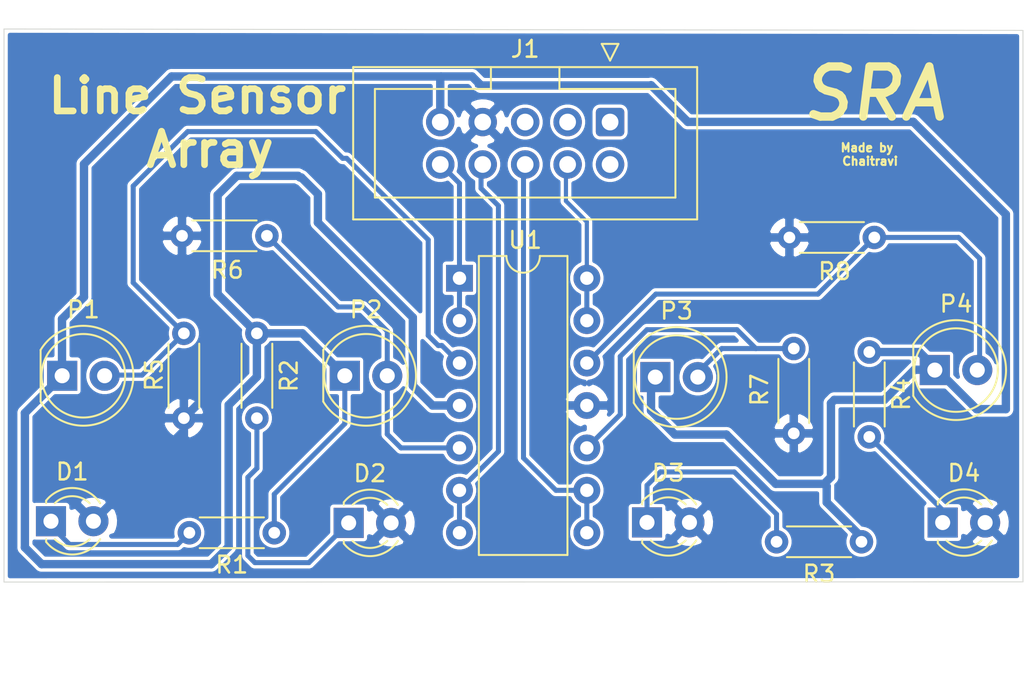
<source format=kicad_pcb>
(kicad_pcb (version 20171130) (host pcbnew "(5.1.8)-1")

  (general
    (thickness 1.6)
    (drawings 17)
    (tracks 144)
    (zones 0)
    (modules 18)
    (nets 19)
  )

  (page A4)
  (layers
    (0 F.Cu signal)
    (31 B.Cu signal)
    (32 B.Adhes user)
    (33 F.Adhes user)
    (34 B.Paste user)
    (35 F.Paste user)
    (36 B.SilkS user)
    (37 F.SilkS user)
    (38 B.Mask user)
    (39 F.Mask user)
    (40 Dwgs.User user)
    (41 Cmts.User user)
    (42 Eco1.User user)
    (43 Eco2.User user)
    (44 Edge.Cuts user)
    (45 Margin user)
    (46 B.CrtYd user)
    (47 F.CrtYd user)
    (48 B.Fab user)
    (49 F.Fab user)
  )

  (setup
    (last_trace_width 0.25)
    (trace_clearance 0.2)
    (zone_clearance 0.2)
    (zone_45_only no)
    (trace_min 0.3)
    (via_size 0.8)
    (via_drill 0.4)
    (via_min_size 0.4)
    (via_min_drill 0.3)
    (uvia_size 0.3)
    (uvia_drill 0.1)
    (uvias_allowed no)
    (uvia_min_size 0.2)
    (uvia_min_drill 0.1)
    (edge_width 0.05)
    (segment_width 0.2)
    (pcb_text_width 0.3)
    (pcb_text_size 1.5 1.5)
    (mod_edge_width 0.12)
    (mod_text_size 1 1)
    (mod_text_width 0.15)
    (pad_size 1.524 1.524)
    (pad_drill 0.762)
    (pad_to_mask_clearance 0)
    (aux_axis_origin 0 0)
    (visible_elements 7FFFFFFF)
    (pcbplotparams
      (layerselection 0x010fc_ffffffff)
      (usegerberextensions false)
      (usegerberattributes true)
      (usegerberadvancedattributes true)
      (creategerberjobfile true)
      (excludeedgelayer true)
      (linewidth 0.100000)
      (plotframeref false)
      (viasonmask false)
      (mode 1)
      (useauxorigin false)
      (hpglpennumber 1)
      (hpglpenspeed 20)
      (hpglpendiameter 15.000000)
      (psnegative false)
      (psa4output false)
      (plotreference true)
      (plotvalue true)
      (plotinvisibletext false)
      (padsonsilk false)
      (subtractmaskfromsilk false)
      (outputformat 1)
      (mirror false)
      (drillshape 0)
      (scaleselection 1)
      (outputdirectory ""))
  )

  (net 0 "")
  (net 1 A1)
  (net 2 VCC)
  (net 3 A2)
  (net 4 A3)
  (net 5 A4)
  (net 6 GND)
  (net 7 01)
  (net 8 "Net-(J1-Pad5)")
  (net 9 04)
  (net 10 02)
  (net 11 "Net-(J1-Pad3)")
  (net 12 "Net-(J1-Pad2)")
  (net 13 03)
  (net 14 "Net-(J1-Pad1)")
  (net 15 "Net-(D1-Pad1)")
  (net 16 "Net-(D2-Pad1)")
  (net 17 "Net-(D3-Pad1)")
  (net 18 "Net-(D4-Pad1)")

  (net_class Default "This is the default net class."
    (clearance 0.2)
    (trace_width 0.25)
    (via_dia 0.8)
    (via_drill 0.4)
    (uvia_dia 0.3)
    (uvia_drill 0.1)
    (add_net 01)
    (add_net 02)
    (add_net 03)
    (add_net 04)
    (add_net A1)
    (add_net A2)
    (add_net A3)
    (add_net A4)
    (add_net GND)
    (add_net "Net-(D1-Pad1)")
    (add_net "Net-(D2-Pad1)")
    (add_net "Net-(D3-Pad1)")
    (add_net "Net-(D4-Pad1)")
    (add_net "Net-(J1-Pad1)")
    (add_net "Net-(J1-Pad2)")
    (add_net "Net-(J1-Pad3)")
    (add_net "Net-(J1-Pad5)")
    (add_net VCC)
  )

  (module Resistor_THT:R_Axial_DIN0204_L3.6mm_D1.6mm_P5.08mm_Horizontal (layer F.Cu) (tedit 5AE5139B) (tstamp 5FF3B75B)
    (at 126.17 130.16 180)
    (descr "Resistor, Axial_DIN0204 series, Axial, Horizontal, pin pitch=5.08mm, 0.167W, length*diameter=3.6*1.6mm^2, http://cdn-reichelt.de/documents/datenblatt/B400/1_4W%23YAG.pdf")
    (tags "Resistor Axial_DIN0204 series Axial Horizontal pin pitch 5.08mm 0.167W length 3.6mm diameter 1.6mm")
    (path /5FF39AEC)
    (fp_text reference R1 (at 2.54 -1.92) (layer F.SilkS)
      (effects (font (size 1 1) (thickness 0.15)))
    )
    (fp_text value R_US (at 2.54 1.92) (layer F.Fab)
      (effects (font (size 1 1) (thickness 0.15)))
    )
    (fp_line (start 0.74 -0.8) (end 0.74 0.8) (layer F.Fab) (width 0.1))
    (fp_line (start 0.74 0.8) (end 4.34 0.8) (layer F.Fab) (width 0.1))
    (fp_line (start 4.34 0.8) (end 4.34 -0.8) (layer F.Fab) (width 0.1))
    (fp_line (start 4.34 -0.8) (end 0.74 -0.8) (layer F.Fab) (width 0.1))
    (fp_line (start 0 0) (end 0.74 0) (layer F.Fab) (width 0.1))
    (fp_line (start 5.08 0) (end 4.34 0) (layer F.Fab) (width 0.1))
    (fp_line (start 0.62 -0.92) (end 4.46 -0.92) (layer F.SilkS) (width 0.12))
    (fp_line (start 0.62 0.92) (end 4.46 0.92) (layer F.SilkS) (width 0.12))
    (fp_line (start -0.95 -1.05) (end -0.95 1.05) (layer F.CrtYd) (width 0.05))
    (fp_line (start -0.95 1.05) (end 6.03 1.05) (layer F.CrtYd) (width 0.05))
    (fp_line (start 6.03 1.05) (end 6.03 -1.05) (layer F.CrtYd) (width 0.05))
    (fp_line (start 6.03 -1.05) (end -0.95 -1.05) (layer F.CrtYd) (width 0.05))
    (fp_text user %R (at 2.54 0) (layer F.Fab)
      (effects (font (size 0.72 0.72) (thickness 0.108)))
    )
    (pad 2 thru_hole oval (at 5.08 0 180) (size 1.4 1.4) (drill 0.7) (layers *.Cu *.Mask)
      (net 15 "Net-(D1-Pad1)"))
    (pad 1 thru_hole circle (at 0 0 180) (size 1.4 1.4) (drill 0.7) (layers *.Cu *.Mask)
      (net 2 VCC))
    (model ${KISYS3DMOD}/Resistor_THT.3dshapes/R_Axial_DIN0204_L3.6mm_D1.6mm_P5.08mm_Horizontal.wrl
      (at (xyz 0 0 0))
      (scale (xyz 1 1 1))
      (rotate (xyz 0 0 0))
    )
  )

  (module Connector_IDC:IDC-Header_2x05_P2.54mm_Vertical (layer F.Cu) (tedit 5EAC9A07) (tstamp 5FF3B748)
    (at 146.26 105.57 270)
    (descr "Through hole IDC box header, 2x05, 2.54mm pitch, DIN 41651 / IEC 60603-13, double rows, https://docs.google.com/spreadsheets/d/16SsEcesNF15N3Lb4niX7dcUr-NY5_MFPQhobNuNppn4/edit#gid=0")
    (tags "Through hole vertical IDC box header THT 2x05 2.54mm double row")
    (path /5FF75B5B)
    (fp_text reference J1 (at -4.37 5.08) (layer F.SilkS)
      (effects (font (size 1 1) (thickness 0.15)))
    )
    (fp_text value Conn_02x05_Odd_Even (at 1.27 16.26 90) (layer F.Fab)
      (effects (font (size 1 1) (thickness 0.15)))
    )
    (fp_line (start 6.22 -5.6) (end -3.68 -5.6) (layer F.CrtYd) (width 0.05))
    (fp_line (start 6.22 15.76) (end 6.22 -5.6) (layer F.CrtYd) (width 0.05))
    (fp_line (start -3.68 15.76) (end 6.22 15.76) (layer F.CrtYd) (width 0.05))
    (fp_line (start -3.68 -5.6) (end -3.68 15.76) (layer F.CrtYd) (width 0.05))
    (fp_line (start -4.68 0.5) (end -3.68 0) (layer F.SilkS) (width 0.12))
    (fp_line (start -4.68 -0.5) (end -4.68 0.5) (layer F.SilkS) (width 0.12))
    (fp_line (start -3.68 0) (end -4.68 -0.5) (layer F.SilkS) (width 0.12))
    (fp_line (start -1.98 7.13) (end -3.29 7.13) (layer F.SilkS) (width 0.12))
    (fp_line (start -1.98 7.13) (end -1.98 7.13) (layer F.SilkS) (width 0.12))
    (fp_line (start -1.98 14.07) (end -1.98 7.13) (layer F.SilkS) (width 0.12))
    (fp_line (start 4.52 14.07) (end -1.98 14.07) (layer F.SilkS) (width 0.12))
    (fp_line (start 4.52 -3.91) (end 4.52 14.07) (layer F.SilkS) (width 0.12))
    (fp_line (start -1.98 -3.91) (end 4.52 -3.91) (layer F.SilkS) (width 0.12))
    (fp_line (start -1.98 3.03) (end -1.98 -3.91) (layer F.SilkS) (width 0.12))
    (fp_line (start -3.29 3.03) (end -1.98 3.03) (layer F.SilkS) (width 0.12))
    (fp_line (start -3.29 15.37) (end -3.29 -5.21) (layer F.SilkS) (width 0.12))
    (fp_line (start 5.83 15.37) (end -3.29 15.37) (layer F.SilkS) (width 0.12))
    (fp_line (start 5.83 -5.21) (end 5.83 15.37) (layer F.SilkS) (width 0.12))
    (fp_line (start -3.29 -5.21) (end 5.83 -5.21) (layer F.SilkS) (width 0.12))
    (fp_line (start -1.98 7.13) (end -3.18 7.13) (layer F.Fab) (width 0.1))
    (fp_line (start -1.98 7.13) (end -1.98 7.13) (layer F.Fab) (width 0.1))
    (fp_line (start -1.98 14.07) (end -1.98 7.13) (layer F.Fab) (width 0.1))
    (fp_line (start 4.52 14.07) (end -1.98 14.07) (layer F.Fab) (width 0.1))
    (fp_line (start 4.52 -3.91) (end 4.52 14.07) (layer F.Fab) (width 0.1))
    (fp_line (start -1.98 -3.91) (end 4.52 -3.91) (layer F.Fab) (width 0.1))
    (fp_line (start -1.98 3.03) (end -1.98 -3.91) (layer F.Fab) (width 0.1))
    (fp_line (start -3.18 3.03) (end -1.98 3.03) (layer F.Fab) (width 0.1))
    (fp_line (start -3.18 15.26) (end -3.18 -4.1) (layer F.Fab) (width 0.1))
    (fp_line (start 5.72 15.26) (end -3.18 15.26) (layer F.Fab) (width 0.1))
    (fp_line (start 5.72 -5.1) (end 5.72 15.26) (layer F.Fab) (width 0.1))
    (fp_line (start -2.18 -5.1) (end 5.72 -5.1) (layer F.Fab) (width 0.1))
    (fp_line (start -3.18 -4.1) (end -2.18 -5.1) (layer F.Fab) (width 0.1))
    (fp_text user %R (at 1.27 5.08) (layer F.Fab)
      (effects (font (size 1 1) (thickness 0.15)))
    )
    (pad 10 thru_hole circle (at 2.54 10.16 270) (size 1.7 1.7) (drill 1) (layers *.Cu *.Mask)
      (net 7 01))
    (pad 8 thru_hole circle (at 2.54 7.62 270) (size 1.7 1.7) (drill 1) (layers *.Cu *.Mask)
      (net 13 03))
    (pad 6 thru_hole circle (at 2.54 5.08 270) (size 1.7 1.7) (drill 1) (layers *.Cu *.Mask)
      (net 10 02))
    (pad 4 thru_hole circle (at 2.54 2.54 270) (size 1.7 1.7) (drill 1) (layers *.Cu *.Mask)
      (net 9 04))
    (pad 2 thru_hole circle (at 2.54 0 270) (size 1.7 1.7) (drill 1) (layers *.Cu *.Mask)
      (net 12 "Net-(J1-Pad2)"))
    (pad 9 thru_hole circle (at 0 10.16 270) (size 1.7 1.7) (drill 1) (layers *.Cu *.Mask)
      (net 2 VCC))
    (pad 7 thru_hole circle (at 0 7.62 270) (size 1.7 1.7) (drill 1) (layers *.Cu *.Mask)
      (net 6 GND))
    (pad 5 thru_hole circle (at 0 5.08 270) (size 1.7 1.7) (drill 1) (layers *.Cu *.Mask)
      (net 8 "Net-(J1-Pad5)"))
    (pad 3 thru_hole circle (at 0 2.54 270) (size 1.7 1.7) (drill 1) (layers *.Cu *.Mask)
      (net 11 "Net-(J1-Pad3)"))
    (pad 1 thru_hole roundrect (at 0 0 270) (size 1.7 1.7) (drill 1) (layers *.Cu *.Mask) (roundrect_rratio 0.147059)
      (net 14 "Net-(J1-Pad1)"))
    (model ${KISYS3DMOD}/Connector_IDC.3dshapes/IDC-Header_2x05_P2.54mm_Vertical.wrl
      (at (xyz 0 0 0))
      (scale (xyz 1 1 1))
      (rotate (xyz 0 0 0))
    )
  )

  (module LED_THT:LED_D5.0mm (layer F.Cu) (tedit 5995936A) (tstamp 5FF3B6DA)
    (at 165.69 120.42)
    (descr "LED, diameter 5.0mm, 2 pins, http://cdn-reichelt.de/documents/datenblatt/A500/LL-504BC2E-009.pdf")
    (tags "LED diameter 5.0mm 2 pins")
    (path /5FF3DAA7)
    (fp_text reference P4 (at 1.27 -3.96) (layer F.SilkS)
      (effects (font (size 1 1) (thickness 0.15)))
    )
    (fp_text value D_Photo (at 1.27 3.96) (layer F.Fab)
      (effects (font (size 1 1) (thickness 0.15)))
    )
    (fp_line (start 4.5 -3.25) (end -1.95 -3.25) (layer F.CrtYd) (width 0.05))
    (fp_line (start 4.5 3.25) (end 4.5 -3.25) (layer F.CrtYd) (width 0.05))
    (fp_line (start -1.95 3.25) (end 4.5 3.25) (layer F.CrtYd) (width 0.05))
    (fp_line (start -1.95 -3.25) (end -1.95 3.25) (layer F.CrtYd) (width 0.05))
    (fp_line (start -1.29 -1.545) (end -1.29 1.545) (layer F.SilkS) (width 0.12))
    (fp_line (start -1.23 -1.469694) (end -1.23 1.469694) (layer F.Fab) (width 0.1))
    (fp_circle (center 1.27 0) (end 3.77 0) (layer F.SilkS) (width 0.12))
    (fp_circle (center 1.27 0) (end 3.77 0) (layer F.Fab) (width 0.1))
    (fp_text user %R (at 1.25 0) (layer F.Fab)
      (effects (font (size 0.8 0.8) (thickness 0.2)))
    )
    (fp_arc (start 1.27 0) (end -1.29 1.54483) (angle -148.9) (layer F.SilkS) (width 0.12))
    (fp_arc (start 1.27 0) (end -1.29 -1.54483) (angle 148.9) (layer F.SilkS) (width 0.12))
    (fp_arc (start 1.27 0) (end -1.23 -1.469694) (angle 299.1) (layer F.Fab) (width 0.1))
    (pad 2 thru_hole circle (at 2.54 0) (size 1.8 1.8) (drill 0.9) (layers *.Cu *.Mask)
      (net 5 A4))
    (pad 1 thru_hole rect (at 0 0) (size 1.8 1.8) (drill 0.9) (layers *.Cu *.Mask)
      (net 2 VCC))
    (model ${KISYS3DMOD}/LED_THT.3dshapes/LED_D5.0mm.wrl
      (at (xyz 0 0 0))
      (scale (xyz 1 1 1))
      (rotate (xyz 0 0 0))
    )
  )

  (module LED_THT:LED_D5.0mm (layer F.Cu) (tedit 5995936A) (tstamp 5FF4D36B)
    (at 130.39 120.76)
    (descr "LED, diameter 5.0mm, 2 pins, http://cdn-reichelt.de/documents/datenblatt/A500/LL-504BC2E-009.pdf")
    (tags "LED diameter 5.0mm 2 pins")
    (path /5FF3C10B)
    (fp_text reference P2 (at 1.27 -3.96) (layer F.SilkS)
      (effects (font (size 1 1) (thickness 0.15)))
    )
    (fp_text value D_Photo (at 1.27 3.96) (layer F.Fab)
      (effects (font (size 1 1) (thickness 0.15)))
    )
    (fp_line (start 4.5 -3.25) (end -1.95 -3.25) (layer F.CrtYd) (width 0.05))
    (fp_line (start 4.5 3.25) (end 4.5 -3.25) (layer F.CrtYd) (width 0.05))
    (fp_line (start -1.95 3.25) (end 4.5 3.25) (layer F.CrtYd) (width 0.05))
    (fp_line (start -1.95 -3.25) (end -1.95 3.25) (layer F.CrtYd) (width 0.05))
    (fp_line (start -1.29 -1.545) (end -1.29 1.545) (layer F.SilkS) (width 0.12))
    (fp_line (start -1.23 -1.469694) (end -1.23 1.469694) (layer F.Fab) (width 0.1))
    (fp_circle (center 1.27 0) (end 3.77 0) (layer F.SilkS) (width 0.12))
    (fp_circle (center 1.27 0) (end 3.77 0) (layer F.Fab) (width 0.1))
    (fp_text user %R (at 1.25 0) (layer F.Fab)
      (effects (font (size 0.8 0.8) (thickness 0.2)))
    )
    (fp_arc (start 1.27 0) (end -1.29 1.54483) (angle -148.9) (layer F.SilkS) (width 0.12))
    (fp_arc (start 1.27 0) (end -1.29 -1.54483) (angle 148.9) (layer F.SilkS) (width 0.12))
    (fp_arc (start 1.27 0) (end -1.23 -1.469694) (angle 299.1) (layer F.Fab) (width 0.1))
    (pad 2 thru_hole circle (at 2.54 0) (size 1.8 1.8) (drill 0.9) (layers *.Cu *.Mask)
      (net 3 A2))
    (pad 1 thru_hole rect (at 0 0) (size 1.8 1.8) (drill 0.9) (layers *.Cu *.Mask)
      (net 2 VCC))
    (model ${KISYS3DMOD}/LED_THT.3dshapes/LED_D5.0mm.wrl
      (at (xyz 0 0 0))
      (scale (xyz 1 1 1))
      (rotate (xyz 0 0 0))
    )
  )

  (module Resistor_THT:R_Axial_DIN0204_L3.6mm_D1.6mm_P5.08mm_Horizontal (layer F.Cu) (tedit 5AE5139B) (tstamp 5FF3B7E0)
    (at 162.07 112.48 180)
    (descr "Resistor, Axial_DIN0204 series, Axial, Horizontal, pin pitch=5.08mm, 0.167W, length*diameter=3.6*1.6mm^2, http://cdn-reichelt.de/documents/datenblatt/B400/1_4W%23YAG.pdf")
    (tags "Resistor Axial_DIN0204 series Axial Horizontal pin pitch 5.08mm 0.167W length 3.6mm diameter 1.6mm")
    (path /5FF3B540)
    (fp_text reference R8 (at 2.38 -2.03) (layer F.SilkS)
      (effects (font (size 1 1) (thickness 0.15)))
    )
    (fp_text value R_US (at 2.54 1.92) (layer F.Fab)
      (effects (font (size 1 1) (thickness 0.15)))
    )
    (fp_line (start 0.74 -0.8) (end 0.74 0.8) (layer F.Fab) (width 0.1))
    (fp_line (start 0.74 0.8) (end 4.34 0.8) (layer F.Fab) (width 0.1))
    (fp_line (start 4.34 0.8) (end 4.34 -0.8) (layer F.Fab) (width 0.1))
    (fp_line (start 4.34 -0.8) (end 0.74 -0.8) (layer F.Fab) (width 0.1))
    (fp_line (start 0 0) (end 0.74 0) (layer F.Fab) (width 0.1))
    (fp_line (start 5.08 0) (end 4.34 0) (layer F.Fab) (width 0.1))
    (fp_line (start 0.62 -0.92) (end 4.46 -0.92) (layer F.SilkS) (width 0.12))
    (fp_line (start 0.62 0.92) (end 4.46 0.92) (layer F.SilkS) (width 0.12))
    (fp_line (start -0.95 -1.05) (end -0.95 1.05) (layer F.CrtYd) (width 0.05))
    (fp_line (start -0.95 1.05) (end 6.03 1.05) (layer F.CrtYd) (width 0.05))
    (fp_line (start 6.03 1.05) (end 6.03 -1.05) (layer F.CrtYd) (width 0.05))
    (fp_line (start 6.03 -1.05) (end -0.95 -1.05) (layer F.CrtYd) (width 0.05))
    (fp_text user %R (at 2.54 0) (layer F.Fab)
      (effects (font (size 0.72 0.72) (thickness 0.108)))
    )
    (pad 2 thru_hole oval (at 5.08 0 180) (size 1.4 1.4) (drill 0.7) (layers *.Cu *.Mask)
      (net 6 GND))
    (pad 1 thru_hole circle (at 0 0 180) (size 1.4 1.4) (drill 0.7) (layers *.Cu *.Mask)
      (net 5 A4))
    (model ${KISYS3DMOD}/Resistor_THT.3dshapes/R_Axial_DIN0204_L3.6mm_D1.6mm_P5.08mm_Horizontal.wrl
      (at (xyz 0 0 0))
      (scale (xyz 1 1 1))
      (rotate (xyz 0 0 0))
    )
  )

  (module LED_THT:LED_D5.0mm (layer F.Cu) (tedit 5995936A) (tstamp 5FF3B6BB)
    (at 148.97 120.84)
    (descr "LED, diameter 5.0mm, 2 pins, http://cdn-reichelt.de/documents/datenblatt/A500/LL-504BC2E-009.pdf")
    (tags "LED diameter 5.0mm 2 pins")
    (path /5FF3D494)
    (fp_text reference P3 (at 1.27 -3.96) (layer F.SilkS)
      (effects (font (size 1 1) (thickness 0.15)))
    )
    (fp_text value D_Photo (at 1.27 3.96) (layer F.Fab)
      (effects (font (size 1 1) (thickness 0.15)))
    )
    (fp_line (start 4.5 -3.25) (end -1.95 -3.25) (layer F.CrtYd) (width 0.05))
    (fp_line (start 4.5 3.25) (end 4.5 -3.25) (layer F.CrtYd) (width 0.05))
    (fp_line (start -1.95 3.25) (end 4.5 3.25) (layer F.CrtYd) (width 0.05))
    (fp_line (start -1.95 -3.25) (end -1.95 3.25) (layer F.CrtYd) (width 0.05))
    (fp_line (start -1.29 -1.545) (end -1.29 1.545) (layer F.SilkS) (width 0.12))
    (fp_line (start -1.23 -1.469694) (end -1.23 1.469694) (layer F.Fab) (width 0.1))
    (fp_circle (center 1.27 0) (end 3.77 0) (layer F.SilkS) (width 0.12))
    (fp_circle (center 1.27 0) (end 3.77 0) (layer F.Fab) (width 0.1))
    (fp_text user %R (at 1.25 0) (layer F.Fab)
      (effects (font (size 0.8 0.8) (thickness 0.2)))
    )
    (fp_arc (start 1.27 0) (end -1.29 1.54483) (angle -148.9) (layer F.SilkS) (width 0.12))
    (fp_arc (start 1.27 0) (end -1.29 -1.54483) (angle 148.9) (layer F.SilkS) (width 0.12))
    (fp_arc (start 1.27 0) (end -1.23 -1.469694) (angle 299.1) (layer F.Fab) (width 0.1))
    (pad 2 thru_hole circle (at 2.54 0) (size 1.8 1.8) (drill 0.9) (layers *.Cu *.Mask)
      (net 4 A3))
    (pad 1 thru_hole rect (at 0 0) (size 1.8 1.8) (drill 0.9) (layers *.Cu *.Mask)
      (net 2 VCC))
    (model ${KISYS3DMOD}/LED_THT.3dshapes/LED_D5.0mm.wrl
      (at (xyz 0 0 0))
      (scale (xyz 1 1 1))
      (rotate (xyz 0 0 0))
    )
  )

  (module LED_THT:LED_D5.0mm (layer F.Cu) (tedit 5995936A) (tstamp 5FF3B67D)
    (at 113.48 120.76)
    (descr "LED, diameter 5.0mm, 2 pins, http://cdn-reichelt.de/documents/datenblatt/A500/LL-504BC2E-009.pdf")
    (tags "LED diameter 5.0mm 2 pins")
    (path /5FF34F67)
    (fp_text reference P1 (at 1.27 -3.96) (layer F.SilkS)
      (effects (font (size 1 1) (thickness 0.15)))
    )
    (fp_text value D_Photo (at 1.27 3.96) (layer F.Fab)
      (effects (font (size 1 1) (thickness 0.15)))
    )
    (fp_line (start 4.5 -3.25) (end -1.95 -3.25) (layer F.CrtYd) (width 0.05))
    (fp_line (start 4.5 3.25) (end 4.5 -3.25) (layer F.CrtYd) (width 0.05))
    (fp_line (start -1.95 3.25) (end 4.5 3.25) (layer F.CrtYd) (width 0.05))
    (fp_line (start -1.95 -3.25) (end -1.95 3.25) (layer F.CrtYd) (width 0.05))
    (fp_line (start -1.29 -1.545) (end -1.29 1.545) (layer F.SilkS) (width 0.12))
    (fp_line (start -1.23 -1.469694) (end -1.23 1.469694) (layer F.Fab) (width 0.1))
    (fp_circle (center 1.27 0) (end 3.77 0) (layer F.SilkS) (width 0.12))
    (fp_circle (center 1.27 0) (end 3.77 0) (layer F.Fab) (width 0.1))
    (fp_text user %R (at 1.25 0) (layer F.Fab)
      (effects (font (size 0.8 0.8) (thickness 0.2)))
    )
    (fp_arc (start 1.27 0) (end -1.29 1.54483) (angle -148.9) (layer F.SilkS) (width 0.12))
    (fp_arc (start 1.27 0) (end -1.29 -1.54483) (angle 148.9) (layer F.SilkS) (width 0.12))
    (fp_arc (start 1.27 0) (end -1.23 -1.469694) (angle 299.1) (layer F.Fab) (width 0.1))
    (pad 2 thru_hole circle (at 2.54 0) (size 1.8 1.8) (drill 0.9) (layers *.Cu *.Mask)
      (net 1 A1))
    (pad 1 thru_hole rect (at 0 0) (size 1.8 1.8) (drill 0.9) (layers *.Cu *.Mask)
      (net 2 VCC))
    (model ${KISYS3DMOD}/LED_THT.3dshapes/LED_D5.0mm.wrl
      (at (xyz 0 0 0))
      (scale (xyz 1 1 1))
      (rotate (xyz 0 0 0))
    )
  )

  (module Package_DIP:DIP-14_W7.62mm (layer F.Cu) (tedit 5A02E8C5) (tstamp 5FF3B802)
    (at 137.25 114.92)
    (descr "14-lead though-hole mounted DIP package, row spacing 7.62 mm (300 mils)")
    (tags "THT DIP DIL PDIP 2.54mm 7.62mm 300mil")
    (path /5FF6610E)
    (fp_text reference U1 (at 3.93 -2.28) (layer F.SilkS)
      (effects (font (size 1 1) (thickness 0.15)))
    )
    (fp_text value LM324 (at 3.81 17.57) (layer F.Fab)
      (effects (font (size 1 1) (thickness 0.15)))
    )
    (fp_line (start 1.635 -1.27) (end 6.985 -1.27) (layer F.Fab) (width 0.1))
    (fp_line (start 6.985 -1.27) (end 6.985 16.51) (layer F.Fab) (width 0.1))
    (fp_line (start 6.985 16.51) (end 0.635 16.51) (layer F.Fab) (width 0.1))
    (fp_line (start 0.635 16.51) (end 0.635 -0.27) (layer F.Fab) (width 0.1))
    (fp_line (start 0.635 -0.27) (end 1.635 -1.27) (layer F.Fab) (width 0.1))
    (fp_line (start 2.81 -1.33) (end 1.16 -1.33) (layer F.SilkS) (width 0.12))
    (fp_line (start 1.16 -1.33) (end 1.16 16.57) (layer F.SilkS) (width 0.12))
    (fp_line (start 1.16 16.57) (end 6.46 16.57) (layer F.SilkS) (width 0.12))
    (fp_line (start 6.46 16.57) (end 6.46 -1.33) (layer F.SilkS) (width 0.12))
    (fp_line (start 6.46 -1.33) (end 4.81 -1.33) (layer F.SilkS) (width 0.12))
    (fp_line (start -1.1 -1.55) (end -1.1 16.8) (layer F.CrtYd) (width 0.05))
    (fp_line (start -1.1 16.8) (end 8.7 16.8) (layer F.CrtYd) (width 0.05))
    (fp_line (start 8.7 16.8) (end 8.7 -1.55) (layer F.CrtYd) (width 0.05))
    (fp_line (start 8.7 -1.55) (end -1.1 -1.55) (layer F.CrtYd) (width 0.05))
    (fp_text user %R (at 3.81 7.62) (layer F.Fab)
      (effects (font (size 1 1) (thickness 0.15)))
    )
    (fp_arc (start 3.81 -1.33) (end 2.81 -1.33) (angle -180) (layer F.SilkS) (width 0.12))
    (pad 14 thru_hole oval (at 7.62 0) (size 1.6 1.6) (drill 0.8) (layers *.Cu *.Mask)
      (net 9 04))
    (pad 7 thru_hole oval (at 0 15.24) (size 1.6 1.6) (drill 0.8) (layers *.Cu *.Mask)
      (net 13 03))
    (pad 13 thru_hole oval (at 7.62 2.54) (size 1.6 1.6) (drill 0.8) (layers *.Cu *.Mask)
      (net 9 04))
    (pad 6 thru_hole oval (at 0 12.7) (size 1.6 1.6) (drill 0.8) (layers *.Cu *.Mask)
      (net 13 03))
    (pad 12 thru_hole oval (at 7.62 5.08) (size 1.6 1.6) (drill 0.8) (layers *.Cu *.Mask)
      (net 5 A4))
    (pad 5 thru_hole oval (at 0 10.16) (size 1.6 1.6) (drill 0.8) (layers *.Cu *.Mask)
      (net 3 A2))
    (pad 11 thru_hole oval (at 7.62 7.62) (size 1.6 1.6) (drill 0.8) (layers *.Cu *.Mask)
      (net 6 GND))
    (pad 4 thru_hole oval (at 0 7.62) (size 1.6 1.6) (drill 0.8) (layers *.Cu *.Mask)
      (net 2 VCC))
    (pad 10 thru_hole oval (at 7.62 10.16) (size 1.6 1.6) (drill 0.8) (layers *.Cu *.Mask)
      (net 4 A3))
    (pad 3 thru_hole oval (at 0 5.08) (size 1.6 1.6) (drill 0.8) (layers *.Cu *.Mask)
      (net 1 A1))
    (pad 9 thru_hole oval (at 7.62 12.7) (size 1.6 1.6) (drill 0.8) (layers *.Cu *.Mask)
      (net 10 02))
    (pad 2 thru_hole oval (at 0 2.54) (size 1.6 1.6) (drill 0.8) (layers *.Cu *.Mask)
      (net 7 01))
    (pad 8 thru_hole oval (at 7.62 15.24) (size 1.6 1.6) (drill 0.8) (layers *.Cu *.Mask)
      (net 10 02))
    (pad 1 thru_hole rect (at 0 0) (size 1.6 1.6) (drill 0.8) (layers *.Cu *.Mask)
      (net 7 01))
    (model ${KISYS3DMOD}/Package_DIP.3dshapes/DIP-14_W7.62mm.wrl
      (at (xyz 0 0 0))
      (scale (xyz 1 1 1))
      (rotate (xyz 0 0 0))
    )
  )

  (module Resistor_THT:R_Axial_DIN0204_L3.6mm_D1.6mm_P5.08mm_Horizontal (layer F.Cu) (tedit 5AE5139B) (tstamp 5FF3B7CD)
    (at 157.25 119.13 270)
    (descr "Resistor, Axial_DIN0204 series, Axial, Horizontal, pin pitch=5.08mm, 0.167W, length*diameter=3.6*1.6mm^2, http://cdn-reichelt.de/documents/datenblatt/B400/1_4W%23YAG.pdf")
    (tags "Resistor Axial_DIN0204 series Axial Horizontal pin pitch 5.08mm 0.167W length 3.6mm diameter 1.6mm")
    (path /5FF3AE80)
    (fp_text reference R7 (at 2.47 2.05 90) (layer F.SilkS)
      (effects (font (size 1 1) (thickness 0.15)))
    )
    (fp_text value R_US (at 2.54 1.92 90) (layer F.Fab)
      (effects (font (size 1 1) (thickness 0.15)))
    )
    (fp_line (start 0.74 -0.8) (end 0.74 0.8) (layer F.Fab) (width 0.1))
    (fp_line (start 0.74 0.8) (end 4.34 0.8) (layer F.Fab) (width 0.1))
    (fp_line (start 4.34 0.8) (end 4.34 -0.8) (layer F.Fab) (width 0.1))
    (fp_line (start 4.34 -0.8) (end 0.74 -0.8) (layer F.Fab) (width 0.1))
    (fp_line (start 0 0) (end 0.74 0) (layer F.Fab) (width 0.1))
    (fp_line (start 5.08 0) (end 4.34 0) (layer F.Fab) (width 0.1))
    (fp_line (start 0.62 -0.92) (end 4.46 -0.92) (layer F.SilkS) (width 0.12))
    (fp_line (start 0.62 0.92) (end 4.46 0.92) (layer F.SilkS) (width 0.12))
    (fp_line (start -0.95 -1.05) (end -0.95 1.05) (layer F.CrtYd) (width 0.05))
    (fp_line (start -0.95 1.05) (end 6.03 1.05) (layer F.CrtYd) (width 0.05))
    (fp_line (start 6.03 1.05) (end 6.03 -1.05) (layer F.CrtYd) (width 0.05))
    (fp_line (start 6.03 -1.05) (end -0.95 -1.05) (layer F.CrtYd) (width 0.05))
    (fp_text user %R (at 2.54 0 90) (layer F.Fab)
      (effects (font (size 0.72 0.72) (thickness 0.108)))
    )
    (pad 2 thru_hole oval (at 5.08 0 270) (size 1.4 1.4) (drill 0.7) (layers *.Cu *.Mask)
      (net 6 GND))
    (pad 1 thru_hole circle (at 0 0 270) (size 1.4 1.4) (drill 0.7) (layers *.Cu *.Mask)
      (net 4 A3))
    (model ${KISYS3DMOD}/Resistor_THT.3dshapes/R_Axial_DIN0204_L3.6mm_D1.6mm_P5.08mm_Horizontal.wrl
      (at (xyz 0 0 0))
      (scale (xyz 1 1 1))
      (rotate (xyz 0 0 0))
    )
  )

  (module Resistor_THT:R_Axial_DIN0204_L3.6mm_D1.6mm_P5.08mm_Horizontal (layer F.Cu) (tedit 5AE5139B) (tstamp 5FF3B7BA)
    (at 125.73 112.38 180)
    (descr "Resistor, Axial_DIN0204 series, Axial, Horizontal, pin pitch=5.08mm, 0.167W, length*diameter=3.6*1.6mm^2, http://cdn-reichelt.de/documents/datenblatt/B400/1_4W%23YAG.pdf")
    (tags "Resistor Axial_DIN0204 series Axial Horizontal pin pitch 5.08mm 0.167W length 3.6mm diameter 1.6mm")
    (path /5FF3A4D0)
    (fp_text reference R6 (at 2.37 -2.05) (layer F.SilkS)
      (effects (font (size 1 1) (thickness 0.15)))
    )
    (fp_text value R_US (at 2.54 1.92) (layer F.Fab)
      (effects (font (size 1 1) (thickness 0.15)))
    )
    (fp_line (start 0.74 -0.8) (end 0.74 0.8) (layer F.Fab) (width 0.1))
    (fp_line (start 0.74 0.8) (end 4.34 0.8) (layer F.Fab) (width 0.1))
    (fp_line (start 4.34 0.8) (end 4.34 -0.8) (layer F.Fab) (width 0.1))
    (fp_line (start 4.34 -0.8) (end 0.74 -0.8) (layer F.Fab) (width 0.1))
    (fp_line (start 0 0) (end 0.74 0) (layer F.Fab) (width 0.1))
    (fp_line (start 5.08 0) (end 4.34 0) (layer F.Fab) (width 0.1))
    (fp_line (start 0.62 -0.92) (end 4.46 -0.92) (layer F.SilkS) (width 0.12))
    (fp_line (start 0.62 0.92) (end 4.46 0.92) (layer F.SilkS) (width 0.12))
    (fp_line (start -0.95 -1.05) (end -0.95 1.05) (layer F.CrtYd) (width 0.05))
    (fp_line (start -0.95 1.05) (end 6.03 1.05) (layer F.CrtYd) (width 0.05))
    (fp_line (start 6.03 1.05) (end 6.03 -1.05) (layer F.CrtYd) (width 0.05))
    (fp_line (start 6.03 -1.05) (end -0.95 -1.05) (layer F.CrtYd) (width 0.05))
    (fp_text user %R (at 0.14 2.1) (layer F.Fab)
      (effects (font (size 0.72 0.72) (thickness 0.108)))
    )
    (pad 2 thru_hole oval (at 5.08 0 180) (size 1.4 1.4) (drill 0.7) (layers *.Cu *.Mask)
      (net 6 GND))
    (pad 1 thru_hole circle (at 0 0 180) (size 1.4 1.4) (drill 0.7) (layers *.Cu *.Mask)
      (net 3 A2))
    (model ${KISYS3DMOD}/Resistor_THT.3dshapes/R_Axial_DIN0204_L3.6mm_D1.6mm_P5.08mm_Horizontal.wrl
      (at (xyz 0 0 0))
      (scale (xyz 1 1 1))
      (rotate (xyz 0 0 0))
    )
  )

  (module Resistor_THT:R_Axial_DIN0204_L3.6mm_D1.6mm_P5.08mm_Horizontal (layer F.Cu) (tedit 5AE5139B) (tstamp 5FF3B7A7)
    (at 120.76 118.22 270)
    (descr "Resistor, Axial_DIN0204 series, Axial, Horizontal, pin pitch=5.08mm, 0.167W, length*diameter=3.6*1.6mm^2, http://cdn-reichelt.de/documents/datenblatt/B400/1_4W%23YAG.pdf")
    (tags "Resistor Axial_DIN0204 series Axial Horizontal pin pitch 5.08mm 0.167W length 3.6mm diameter 1.6mm")
    (path /5FF35DA4)
    (fp_text reference R5 (at 2.49 1.78 90) (layer F.SilkS)
      (effects (font (size 1 1) (thickness 0.15)))
    )
    (fp_text value R_US (at 2.54 1.92 90) (layer F.Fab)
      (effects (font (size 1 1) (thickness 0.15)))
    )
    (fp_line (start 0.74 -0.8) (end 0.74 0.8) (layer F.Fab) (width 0.1))
    (fp_line (start 0.74 0.8) (end 4.34 0.8) (layer F.Fab) (width 0.1))
    (fp_line (start 4.34 0.8) (end 4.34 -0.8) (layer F.Fab) (width 0.1))
    (fp_line (start 4.34 -0.8) (end 0.74 -0.8) (layer F.Fab) (width 0.1))
    (fp_line (start 0 0) (end 0.74 0) (layer F.Fab) (width 0.1))
    (fp_line (start 5.08 0) (end 4.34 0) (layer F.Fab) (width 0.1))
    (fp_line (start 0.62 -0.92) (end 4.46 -0.92) (layer F.SilkS) (width 0.12))
    (fp_line (start 0.62 0.92) (end 4.46 0.92) (layer F.SilkS) (width 0.12))
    (fp_line (start -0.95 -1.05) (end -0.95 1.05) (layer F.CrtYd) (width 0.05))
    (fp_line (start -0.95 1.05) (end 6.03 1.05) (layer F.CrtYd) (width 0.05))
    (fp_line (start 6.03 1.05) (end 6.03 -1.05) (layer F.CrtYd) (width 0.05))
    (fp_line (start 6.03 -1.05) (end -0.95 -1.05) (layer F.CrtYd) (width 0.05))
    (fp_text user %R (at 2.54 0 90) (layer F.Fab)
      (effects (font (size 0.72 0.72) (thickness 0.108)))
    )
    (pad 2 thru_hole oval (at 5.08 0 270) (size 1.4 1.4) (drill 0.7) (layers *.Cu *.Mask)
      (net 6 GND))
    (pad 1 thru_hole circle (at 0 0 270) (size 1.4 1.4) (drill 0.7) (layers *.Cu *.Mask)
      (net 1 A1))
    (model ${KISYS3DMOD}/Resistor_THT.3dshapes/R_Axial_DIN0204_L3.6mm_D1.6mm_P5.08mm_Horizontal.wrl
      (at (xyz 0 0 0))
      (scale (xyz 1 1 1))
      (rotate (xyz 0 0 0))
    )
  )

  (module Resistor_THT:R_Axial_DIN0204_L3.6mm_D1.6mm_P5.08mm_Horizontal (layer F.Cu) (tedit 5AE5139B) (tstamp 5FF3B794)
    (at 161.77 119.34 270)
    (descr "Resistor, Axial_DIN0204 series, Axial, Horizontal, pin pitch=5.08mm, 0.167W, length*diameter=3.6*1.6mm^2, http://cdn-reichelt.de/documents/datenblatt/B400/1_4W%23YAG.pdf")
    (tags "Resistor Axial_DIN0204 series Axial Horizontal pin pitch 5.08mm 0.167W length 3.6mm diameter 1.6mm")
    (path /5FF3BAB1)
    (fp_text reference R4 (at 2.54 -1.92 90) (layer F.SilkS)
      (effects (font (size 1 1) (thickness 0.15)))
    )
    (fp_text value R_US (at 2.54 1.92 90) (layer F.Fab)
      (effects (font (size 1 1) (thickness 0.15)))
    )
    (fp_line (start 0.74 -0.8) (end 0.74 0.8) (layer F.Fab) (width 0.1))
    (fp_line (start 0.74 0.8) (end 4.34 0.8) (layer F.Fab) (width 0.1))
    (fp_line (start 4.34 0.8) (end 4.34 -0.8) (layer F.Fab) (width 0.1))
    (fp_line (start 4.34 -0.8) (end 0.74 -0.8) (layer F.Fab) (width 0.1))
    (fp_line (start 0 0) (end 0.74 0) (layer F.Fab) (width 0.1))
    (fp_line (start 5.08 0) (end 4.34 0) (layer F.Fab) (width 0.1))
    (fp_line (start 0.62 -0.92) (end 4.46 -0.92) (layer F.SilkS) (width 0.12))
    (fp_line (start 0.62 0.92) (end 4.46 0.92) (layer F.SilkS) (width 0.12))
    (fp_line (start -0.95 -1.05) (end -0.95 1.05) (layer F.CrtYd) (width 0.05))
    (fp_line (start -0.95 1.05) (end 6.03 1.05) (layer F.CrtYd) (width 0.05))
    (fp_line (start 6.03 1.05) (end 6.03 -1.05) (layer F.CrtYd) (width 0.05))
    (fp_line (start 6.03 -1.05) (end -0.95 -1.05) (layer F.CrtYd) (width 0.05))
    (fp_text user %R (at 2.54 0 90) (layer F.Fab)
      (effects (font (size 0.72 0.72) (thickness 0.108)))
    )
    (pad 2 thru_hole oval (at 5.08 0 270) (size 1.4 1.4) (drill 0.7) (layers *.Cu *.Mask)
      (net 18 "Net-(D4-Pad1)"))
    (pad 1 thru_hole circle (at 0 0 270) (size 1.4 1.4) (drill 0.7) (layers *.Cu *.Mask)
      (net 2 VCC))
    (model ${KISYS3DMOD}/Resistor_THT.3dshapes/R_Axial_DIN0204_L3.6mm_D1.6mm_P5.08mm_Horizontal.wrl
      (at (xyz 0 0 0))
      (scale (xyz 1 1 1))
      (rotate (xyz 0 0 0))
    )
  )

  (module Resistor_THT:R_Axial_DIN0204_L3.6mm_D1.6mm_P5.08mm_Horizontal (layer F.Cu) (tedit 5AE5139B) (tstamp 5FF3B781)
    (at 161.3 130.7 180)
    (descr "Resistor, Axial_DIN0204 series, Axial, Horizontal, pin pitch=5.08mm, 0.167W, length*diameter=3.6*1.6mm^2, http://cdn-reichelt.de/documents/datenblatt/B400/1_4W%23YAG.pdf")
    (tags "Resistor Axial_DIN0204 series Axial Horizontal pin pitch 5.08mm 0.167W length 3.6mm diameter 1.6mm")
    (path /5FF3B1EE)
    (fp_text reference R3 (at 2.54 -1.92) (layer F.SilkS)
      (effects (font (size 1 1) (thickness 0.15)))
    )
    (fp_text value R_US (at 2.54 1.92) (layer F.Fab)
      (effects (font (size 1 1) (thickness 0.15)))
    )
    (fp_line (start 0.74 -0.8) (end 0.74 0.8) (layer F.Fab) (width 0.1))
    (fp_line (start 0.74 0.8) (end 4.34 0.8) (layer F.Fab) (width 0.1))
    (fp_line (start 4.34 0.8) (end 4.34 -0.8) (layer F.Fab) (width 0.1))
    (fp_line (start 4.34 -0.8) (end 0.74 -0.8) (layer F.Fab) (width 0.1))
    (fp_line (start 0 0) (end 0.74 0) (layer F.Fab) (width 0.1))
    (fp_line (start 5.08 0) (end 4.34 0) (layer F.Fab) (width 0.1))
    (fp_line (start 0.62 -0.92) (end 4.46 -0.92) (layer F.SilkS) (width 0.12))
    (fp_line (start 0.62 0.92) (end 4.46 0.92) (layer F.SilkS) (width 0.12))
    (fp_line (start -0.95 -1.05) (end -0.95 1.05) (layer F.CrtYd) (width 0.05))
    (fp_line (start -0.95 1.05) (end 6.03 1.05) (layer F.CrtYd) (width 0.05))
    (fp_line (start 6.03 1.05) (end 6.03 -1.05) (layer F.CrtYd) (width 0.05))
    (fp_line (start 6.03 -1.05) (end -0.95 -1.05) (layer F.CrtYd) (width 0.05))
    (fp_text user %R (at 2.54 0) (layer F.Fab)
      (effects (font (size 0.72 0.72) (thickness 0.108)))
    )
    (pad 2 thru_hole oval (at 5.08 0 180) (size 1.4 1.4) (drill 0.7) (layers *.Cu *.Mask)
      (net 17 "Net-(D3-Pad1)"))
    (pad 1 thru_hole circle (at 0 0 180) (size 1.4 1.4) (drill 0.7) (layers *.Cu *.Mask)
      (net 2 VCC))
    (model ${KISYS3DMOD}/Resistor_THT.3dshapes/R_Axial_DIN0204_L3.6mm_D1.6mm_P5.08mm_Horizontal.wrl
      (at (xyz 0 0 0))
      (scale (xyz 1 1 1))
      (rotate (xyz 0 0 0))
    )
  )

  (module Resistor_THT:R_Axial_DIN0204_L3.6mm_D1.6mm_P5.08mm_Horizontal (layer F.Cu) (tedit 5AE5139B) (tstamp 5FF3B76E)
    (at 125.13 118.22 270)
    (descr "Resistor, Axial_DIN0204 series, Axial, Horizontal, pin pitch=5.08mm, 0.167W, length*diameter=3.6*1.6mm^2, http://cdn-reichelt.de/documents/datenblatt/B400/1_4W%23YAG.pdf")
    (tags "Resistor Axial_DIN0204 series Axial Horizontal pin pitch 5.08mm 0.167W length 3.6mm diameter 1.6mm")
    (path /5FF3A903)
    (fp_text reference R2 (at 2.54 -1.92 90) (layer F.SilkS)
      (effects (font (size 1 1) (thickness 0.15)))
    )
    (fp_text value R_US (at 2.54 1.92 90) (layer F.Fab)
      (effects (font (size 1 1) (thickness 0.15)))
    )
    (fp_line (start 0.74 -0.8) (end 0.74 0.8) (layer F.Fab) (width 0.1))
    (fp_line (start 0.74 0.8) (end 4.34 0.8) (layer F.Fab) (width 0.1))
    (fp_line (start 4.34 0.8) (end 4.34 -0.8) (layer F.Fab) (width 0.1))
    (fp_line (start 4.34 -0.8) (end 0.74 -0.8) (layer F.Fab) (width 0.1))
    (fp_line (start 0 0) (end 0.74 0) (layer F.Fab) (width 0.1))
    (fp_line (start 5.08 0) (end 4.34 0) (layer F.Fab) (width 0.1))
    (fp_line (start 0.62 -0.92) (end 4.46 -0.92) (layer F.SilkS) (width 0.12))
    (fp_line (start 0.62 0.92) (end 4.46 0.92) (layer F.SilkS) (width 0.12))
    (fp_line (start -0.95 -1.05) (end -0.95 1.05) (layer F.CrtYd) (width 0.05))
    (fp_line (start -0.95 1.05) (end 6.03 1.05) (layer F.CrtYd) (width 0.05))
    (fp_line (start 6.03 1.05) (end 6.03 -1.05) (layer F.CrtYd) (width 0.05))
    (fp_line (start 6.03 -1.05) (end -0.95 -1.05) (layer F.CrtYd) (width 0.05))
    (fp_text user %R (at 2.54 0 90) (layer F.Fab)
      (effects (font (size 0.72 0.72) (thickness 0.108)))
    )
    (pad 2 thru_hole oval (at 5.08 0 270) (size 1.4 1.4) (drill 0.7) (layers *.Cu *.Mask)
      (net 16 "Net-(D2-Pad1)"))
    (pad 1 thru_hole circle (at 0 0 270) (size 1.4 1.4) (drill 0.7) (layers *.Cu *.Mask)
      (net 2 VCC))
    (model ${KISYS3DMOD}/Resistor_THT.3dshapes/R_Axial_DIN0204_L3.6mm_D1.6mm_P5.08mm_Horizontal.wrl
      (at (xyz 0 0 0))
      (scale (xyz 1 1 1))
      (rotate (xyz 0 0 0))
    )
  )

  (module LED_THT:LED_D3.0mm_IRBlack (layer F.Cu) (tedit 5A6C9BB8) (tstamp 5FF3B72A)
    (at 166.16 129.55)
    (descr "IR-ED, diameter 3.0mm, 2 pins, color: black")
    (tags "IR infrared LED diameter 3.0mm 2 pins black")
    (path /5FF3FFA8)
    (fp_text reference D4 (at 1.27 -2.96) (layer F.SilkS)
      (effects (font (size 1 1) (thickness 0.15)))
    )
    (fp_text value LED (at 1.27 2.96) (layer F.Fab)
      (effects (font (size 1 1) (thickness 0.15)))
    )
    (fp_line (start -0.23 -1.16619) (end -0.23 1.16619) (layer F.Fab) (width 0.1))
    (fp_line (start -0.29 -1.236) (end -0.29 -1.08) (layer F.SilkS) (width 0.12))
    (fp_line (start -0.29 1.08) (end -0.29 1.236) (layer F.SilkS) (width 0.12))
    (fp_line (start -1.15 -2.25) (end -1.15 2.25) (layer F.CrtYd) (width 0.05))
    (fp_line (start -1.15 2.25) (end 3.7 2.25) (layer F.CrtYd) (width 0.05))
    (fp_line (start 3.7 2.25) (end 3.7 -2.25) (layer F.CrtYd) (width 0.05))
    (fp_line (start 3.7 -2.25) (end -1.15 -2.25) (layer F.CrtYd) (width 0.05))
    (fp_circle (center 1.27 0) (end 2.77 0) (layer F.Fab) (width 0.1))
    (fp_arc (start 1.27 0) (end 0.229039 1.08) (angle -87.9) (layer F.SilkS) (width 0.12))
    (fp_arc (start 1.27 0) (end 0.229039 -1.08) (angle 87.9) (layer F.SilkS) (width 0.12))
    (fp_arc (start 1.27 0) (end -0.29 1.235516) (angle -108.8) (layer F.SilkS) (width 0.12))
    (fp_arc (start 1.27 0) (end -0.29 -1.235516) (angle 108.8) (layer F.SilkS) (width 0.12))
    (fp_arc (start 1.27 0) (end -0.23 -1.16619) (angle 284.3) (layer F.Fab) (width 0.1))
    (fp_text user %R (at 1.47 0) (layer F.Fab)
      (effects (font (size 0.8 0.8) (thickness 0.12)))
    )
    (pad 2 thru_hole circle (at 2.54 0) (size 1.8 1.8) (drill 0.9) (layers *.Cu *.Mask)
      (net 6 GND))
    (pad 1 thru_hole rect (at 0 0) (size 1.8 1.8) (drill 0.9) (layers *.Cu *.Mask)
      (net 18 "Net-(D4-Pad1)"))
    (model ${KISYS3DMOD}/LED_THT.3dshapes/LED_D3.0mm_IRBlack.wrl
      (at (xyz 0 0 0))
      (scale (xyz 1 1 1))
      (rotate (xyz 0 0 0))
    )
  )

  (module LED_THT:LED_D3.0mm_IRBlack (layer F.Cu) (tedit 5A6C9BB8) (tstamp 5FF3B716)
    (at 148.47 129.54)
    (descr "IR-ED, diameter 3.0mm, 2 pins, color: black")
    (tags "IR infrared LED diameter 3.0mm 2 pins black")
    (path /5FF3FC08)
    (fp_text reference D3 (at 1.27 -2.96) (layer F.SilkS)
      (effects (font (size 1 1) (thickness 0.15)))
    )
    (fp_text value LED (at 1.27 2.96) (layer F.Fab)
      (effects (font (size 1 1) (thickness 0.15)))
    )
    (fp_line (start -0.23 -1.16619) (end -0.23 1.16619) (layer F.Fab) (width 0.1))
    (fp_line (start -0.29 -1.236) (end -0.29 -1.08) (layer F.SilkS) (width 0.12))
    (fp_line (start -0.29 1.08) (end -0.29 1.236) (layer F.SilkS) (width 0.12))
    (fp_line (start -1.15 -2.25) (end -1.15 2.25) (layer F.CrtYd) (width 0.05))
    (fp_line (start -1.15 2.25) (end 3.7 2.25) (layer F.CrtYd) (width 0.05))
    (fp_line (start 3.7 2.25) (end 3.7 -2.25) (layer F.CrtYd) (width 0.05))
    (fp_line (start 3.7 -2.25) (end -1.15 -2.25) (layer F.CrtYd) (width 0.05))
    (fp_circle (center 1.27 0) (end 2.77 0) (layer F.Fab) (width 0.1))
    (fp_arc (start 1.27 0) (end 0.229039 1.08) (angle -87.9) (layer F.SilkS) (width 0.12))
    (fp_arc (start 1.27 0) (end 0.229039 -1.08) (angle 87.9) (layer F.SilkS) (width 0.12))
    (fp_arc (start 1.27 0) (end -0.29 1.235516) (angle -108.8) (layer F.SilkS) (width 0.12))
    (fp_arc (start 1.27 0) (end -0.29 -1.235516) (angle 108.8) (layer F.SilkS) (width 0.12))
    (fp_arc (start 1.27 0) (end -0.23 -1.16619) (angle 284.3) (layer F.Fab) (width 0.1))
    (fp_text user %R (at 1.47 0) (layer F.Fab)
      (effects (font (size 0.8 0.8) (thickness 0.12)))
    )
    (pad 2 thru_hole circle (at 2.54 0) (size 1.8 1.8) (drill 0.9) (layers *.Cu *.Mask)
      (net 6 GND))
    (pad 1 thru_hole rect (at 0 0) (size 1.8 1.8) (drill 0.9) (layers *.Cu *.Mask)
      (net 17 "Net-(D3-Pad1)"))
    (model ${KISYS3DMOD}/LED_THT.3dshapes/LED_D3.0mm_IRBlack.wrl
      (at (xyz 0 0 0))
      (scale (xyz 1 1 1))
      (rotate (xyz 0 0 0))
    )
  )

  (module LED_THT:LED_D3.0mm_IRBlack (layer F.Cu) (tedit 5A6C9BB8) (tstamp 5FF3B702)
    (at 130.62 129.57)
    (descr "IR-ED, diameter 3.0mm, 2 pins, color: black")
    (tags "IR infrared LED diameter 3.0mm 2 pins black")
    (path /5FF3F4E3)
    (fp_text reference D2 (at 1.27 -2.96) (layer F.SilkS)
      (effects (font (size 1 1) (thickness 0.15)))
    )
    (fp_text value LED (at 1.27 2.96) (layer F.Fab)
      (effects (font (size 1 1) (thickness 0.15)))
    )
    (fp_line (start -0.23 -1.16619) (end -0.23 1.16619) (layer F.Fab) (width 0.1))
    (fp_line (start -0.29 -1.236) (end -0.29 -1.08) (layer F.SilkS) (width 0.12))
    (fp_line (start -0.29 1.08) (end -0.29 1.236) (layer F.SilkS) (width 0.12))
    (fp_line (start -1.15 -2.25) (end -1.15 2.25) (layer F.CrtYd) (width 0.05))
    (fp_line (start -1.15 2.25) (end 3.7 2.25) (layer F.CrtYd) (width 0.05))
    (fp_line (start 3.7 2.25) (end 3.7 -2.25) (layer F.CrtYd) (width 0.05))
    (fp_line (start 3.7 -2.25) (end -1.15 -2.25) (layer F.CrtYd) (width 0.05))
    (fp_circle (center 1.27 0) (end 2.77 0) (layer F.Fab) (width 0.1))
    (fp_arc (start 1.27 0) (end 0.229039 1.08) (angle -87.9) (layer F.SilkS) (width 0.12))
    (fp_arc (start 1.27 0) (end 0.229039 -1.08) (angle 87.9) (layer F.SilkS) (width 0.12))
    (fp_arc (start 1.27 0) (end -0.29 1.235516) (angle -108.8) (layer F.SilkS) (width 0.12))
    (fp_arc (start 1.27 0) (end -0.29 -1.235516) (angle 108.8) (layer F.SilkS) (width 0.12))
    (fp_arc (start 1.27 0) (end -0.23 -1.16619) (angle 284.3) (layer F.Fab) (width 0.1))
    (fp_text user %R (at 1.47 0) (layer F.Fab)
      (effects (font (size 0.8 0.8) (thickness 0.12)))
    )
    (pad 2 thru_hole circle (at 2.54 0) (size 1.8 1.8) (drill 0.9) (layers *.Cu *.Mask)
      (net 6 GND))
    (pad 1 thru_hole rect (at 0 0) (size 1.8 1.8) (drill 0.9) (layers *.Cu *.Mask)
      (net 16 "Net-(D2-Pad1)"))
    (model ${KISYS3DMOD}/LED_THT.3dshapes/LED_D3.0mm_IRBlack.wrl
      (at (xyz 0 0 0))
      (scale (xyz 1 1 1))
      (rotate (xyz 0 0 0))
    )
  )

  (module LED_THT:LED_D3.0mm_IRBlack (layer F.Cu) (tedit 5A6C9BB8) (tstamp 5FF3B6EE)
    (at 112.81 129.47)
    (descr "IR-ED, diameter 3.0mm, 2 pins, color: black")
    (tags "IR infrared LED diameter 3.0mm 2 pins black")
    (path /5FF3DE47)
    (fp_text reference D1 (at 1.27 -2.96) (layer F.SilkS)
      (effects (font (size 1 1) (thickness 0.15)))
    )
    (fp_text value LED (at 1.27 2.96) (layer F.Fab)
      (effects (font (size 1 1) (thickness 0.15)))
    )
    (fp_line (start -0.23 -1.16619) (end -0.23 1.16619) (layer F.Fab) (width 0.1))
    (fp_line (start -0.29 -1.236) (end -0.29 -1.08) (layer F.SilkS) (width 0.12))
    (fp_line (start -0.29 1.08) (end -0.29 1.236) (layer F.SilkS) (width 0.12))
    (fp_line (start -1.15 -2.25) (end -1.15 2.25) (layer F.CrtYd) (width 0.05))
    (fp_line (start -1.15 2.25) (end 3.7 2.25) (layer F.CrtYd) (width 0.05))
    (fp_line (start 3.7 2.25) (end 3.7 -2.25) (layer F.CrtYd) (width 0.05))
    (fp_line (start 3.7 -2.25) (end -1.15 -2.25) (layer F.CrtYd) (width 0.05))
    (fp_circle (center 1.27 0) (end 2.77 0) (layer F.Fab) (width 0.1))
    (fp_arc (start 1.27 0) (end 0.229039 1.08) (angle -87.9) (layer F.SilkS) (width 0.12))
    (fp_arc (start 1.27 0) (end 0.229039 -1.08) (angle 87.9) (layer F.SilkS) (width 0.12))
    (fp_arc (start 1.27 0) (end -0.29 1.235516) (angle -108.8) (layer F.SilkS) (width 0.12))
    (fp_arc (start 1.27 0) (end -0.29 -1.235516) (angle 108.8) (layer F.SilkS) (width 0.12))
    (fp_arc (start 1.27 0) (end -0.23 -1.16619) (angle 284.3) (layer F.Fab) (width 0.1))
    (fp_text user %R (at 1.47 0) (layer F.Fab)
      (effects (font (size 0.8 0.8) (thickness 0.12)))
    )
    (pad 2 thru_hole circle (at 2.54 0) (size 1.8 1.8) (drill 0.9) (layers *.Cu *.Mask)
      (net 6 GND))
    (pad 1 thru_hole rect (at 0 0) (size 1.8 1.8) (drill 0.9) (layers *.Cu *.Mask)
      (net 15 "Net-(D1-Pad1)"))
    (model ${KISYS3DMOD}/LED_THT.3dshapes/LED_D3.0mm_IRBlack.wrl
      (at (xyz 0 0 0))
      (scale (xyz 1 1 1))
      (rotate (xyz 0 0 0))
    )
  )

  (gr_text "Made by \nChaitravi" (at 161.82 107.51) (layer F.SilkS)
    (effects (font (size 0.5 0.5) (thickness 0.125)))
  )
  (gr_text SRA (at 162.07 103.88) (layer F.SilkS)
    (effects (font (size 3 3) (thickness 0.5) italic))
  )
  (gr_text "Line Sensor \nArray" (at 122.33 105.61) (layer F.SilkS)
    (effects (font (size 2 2) (thickness 0.4)))
  )
  (gr_line (start 110 133.11) (end 110 100) (layer Edge.Cuts) (width 0.05) (tstamp 5FF56986))
  (gr_line (start 170.96 133.1) (end 110 133.11) (layer Edge.Cuts) (width 0.05))
  (gr_line (start 170.96 100.08) (end 170.96 133.1) (layer Edge.Cuts) (width 0.05))
  (gr_line (start 110 100) (end 170.96 100.08) (layer Edge.Cuts) (width 0.05))
  (gr_line (start 131.79 139.46) (end 131.79 133.26) (layer Dwgs.User) (width 0.15))
  (dimension 17.750025 (width 0.15) (layer Dwgs.User) (tstamp 5FF4E1FE)
    (gr_text "17.750 mm" (at 158.476009 138.564986 359.9) (layer Dwgs.User) (tstamp 5FF4E1FE)
      (effects (font (size 1 1) (thickness 0.15)))
    )
    (feature1 (pts (xy 167.36 133.26) (xy 167.352215 137.866408)))
    (feature2 (pts (xy 149.61 133.23) (xy 149.602215 137.836408)))
    (crossbar (pts (xy 149.603206 137.249988) (xy 167.353206 137.279988)))
    (arrow1a (pts (xy 167.353206 137.279988) (xy 166.225713 137.864504)))
    (arrow1b (pts (xy 167.353206 137.279988) (xy 166.227695 136.691664)))
    (arrow2a (pts (xy 149.603206 137.249988) (xy 150.728717 137.838312)))
    (arrow2b (pts (xy 149.603206 137.249988) (xy 150.730699 136.665472)))
  )
  (gr_line (start 114.01 133.16) (end 114.01 139.43) (layer Dwgs.User) (width 0.15))
  (dimension 17.750025 (width 0.15) (layer Dwgs.User)
    (gr_text "17.750 mm" (at 140.596009 138.544986 359.9) (layer Dwgs.User)
      (effects (font (size 1 1) (thickness 0.15)))
    )
    (feature1 (pts (xy 149.48 133.24) (xy 149.472215 137.846408)))
    (feature2 (pts (xy 131.73 133.21) (xy 131.722215 137.816408)))
    (crossbar (pts (xy 131.723206 137.229988) (xy 149.473206 137.259988)))
    (arrow1a (pts (xy 149.473206 137.259988) (xy 148.345713 137.844504)))
    (arrow1b (pts (xy 149.473206 137.259988) (xy 148.347695 136.671664)))
    (arrow2a (pts (xy 131.723206 137.229988) (xy 132.848717 137.818312)))
    (arrow2b (pts (xy 131.723206 137.229988) (xy 132.850699 136.645472)))
  )
  (dimension 17.750045 (width 0.15) (layer Dwgs.User)
    (gr_text "17.750 mm" (at 122.877145 138.619075 0.129117031) (layer Dwgs.User)
      (effects (font (size 1 1) (thickness 0.15)))
    )
    (feature1 (pts (xy 131.74 133.21) (xy 131.750536 137.885497)))
    (feature2 (pts (xy 113.99 133.25) (xy 114.000536 137.925497)))
    (crossbar (pts (xy 113.999215 137.339078) (xy 131.749215 137.299078)))
    (arrow1a (pts (xy 131.749215 137.299078) (xy 130.624036 137.888036)))
    (arrow1b (pts (xy 131.749215 137.299078) (xy 130.621393 136.715197)))
    (arrow2a (pts (xy 113.999215 137.339078) (xy 115.127037 137.922959)))
    (arrow2b (pts (xy 113.999215 137.339078) (xy 115.124394 136.75012)))
  )
  (gr_line (start 167.41 139.37) (end 167.41 132.97) (layer Dwgs.User) (width 0.15))
  (gr_line (start 149.63 139.43) (end 149.63 133.26) (layer Dwgs.User) (width 0.15))
  (gr_line (start 149.66 139.4) (end 167.41 139.37) (layer Dwgs.User) (width 0.15))
  (gr_line (start 131.82 139.43) (end 149.57 139.43) (layer Dwgs.User) (width 0.15))
  (gr_line (start 114.04 139.43) (end 131.79 139.46) (layer Dwgs.User) (width 0.15))

  (segment (start 116.27 120.46) (end 116.01 120.72) (width 0.25) (layer B.Cu) (net 1) (status 30))
  (segment (start 118.26 120.72) (end 120.76 118.22) (width 0.3) (layer B.Cu) (net 1) (status 20))
  (segment (start 116.01 120.72) (end 118.26 120.72) (width 0.3) (layer B.Cu) (net 1) (status 10))
  (segment (start 120.76 118.1) (end 120.76 118.22) (width 0.25) (layer F.Cu) (net 1) (status 30))
  (segment (start 137.25 120) (end 136.2 118.95) (width 0.3) (layer B.Cu) (net 1) (status 10))
  (segment (start 136.2 118.95) (end 135.98 118.95) (width 0.3) (layer B.Cu) (net 1))
  (segment (start 135.98 118.95) (end 135.38 118.35) (width 0.3) (layer B.Cu) (net 1))
  (segment (start 135.38 118.35) (end 135.38 112.62) (width 0.3) (layer B.Cu) (net 1))
  (segment (start 135.38 112.62) (end 130.5 107.74) (width 0.3) (layer B.Cu) (net 1))
  (segment (start 130.5 107.74) (end 130.26 107.74) (width 0.3) (layer B.Cu) (net 1))
  (segment (start 130.26 107.74) (end 128.66 106.14) (width 0.3) (layer B.Cu) (net 1))
  (segment (start 128.66 106.14) (end 120.99 106.14) (width 0.3) (layer B.Cu) (net 1))
  (segment (start 120.99 106.14) (end 117.73 109.4) (width 0.3) (layer B.Cu) (net 1))
  (segment (start 117.73 115.19) (end 120.76 118.22) (width 0.3) (layer B.Cu) (net 1) (status 20))
  (segment (start 117.73 109.4) (end 117.73 115.19) (width 0.3) (layer B.Cu) (net 1))
  (segment (start 148.71 120.82) (end 149.436998 120.82) (width 0.25) (layer B.Cu) (net 2) (status 30))
  (segment (start 126.17 130.16) (end 126.17 127.85) (width 0.3) (layer B.Cu) (net 2) (status 10))
  (segment (start 130.39 123.63) (end 130.39 120.76) (width 0.3) (layer B.Cu) (net 2) (status 20))
  (segment (start 126.17 127.85) (end 130.39 123.63) (width 0.3) (layer B.Cu) (net 2))
  (segment (start 162.67 122.2) (end 159.68 122.2) (width 0.5) (layer B.Cu) (net 2))
  (segment (start 161.3 130.42) (end 161.3 130.7) (width 0.25) (layer F.Cu) (net 2) (status 30))
  (segment (start 159.22 128.34) (end 161.3 130.42) (width 0.5) (layer B.Cu) (net 2) (status 20))
  (segment (start 148.71 120.82) (end 148.71 122.85) (width 0.5) (layer B.Cu) (net 2) (status 10))
  (segment (start 148.71 122.85) (end 150.14 124.28) (width 0.5) (layer B.Cu) (net 2))
  (segment (start 150.14 124.28) (end 153.22 124.28) (width 0.5) (layer B.Cu) (net 2))
  (segment (start 153.22 124.28) (end 156.17 127.23) (width 0.5) (layer B.Cu) (net 2))
  (segment (start 159.07 127.23) (end 159.22 127.38) (width 0.5) (layer B.Cu) (net 2))
  (segment (start 156.17 127.23) (end 159.07 127.23) (width 0.5) (layer B.Cu) (net 2))
  (segment (start 159.22 127.38) (end 159.22 128.34) (width 0.5) (layer B.Cu) (net 2))
  (segment (start 127.85 118.22) (end 130.39 120.76) (width 0.5) (layer B.Cu) (net 2) (status 20))
  (segment (start 125.13 118.22) (end 127.85 118.22) (width 0.5) (layer B.Cu) (net 2) (status 10))
  (segment (start 137.25 122.54) (end 137.82 122.54) (width 0.25) (layer F.Cu) (net 2) (status 30))
  (segment (start 148.404999 121.125001) (end 148.71 120.82) (width 0.25) (layer B.Cu) (net 2) (status 30))
  (segment (start 137.25 121.86) (end 137.25 122.54) (width 0.25) (layer F.Cu) (net 2) (status 30))
  (segment (start 150.91 105.56) (end 164.4 105.56) (width 0.5) (layer B.Cu) (net 2))
  (segment (start 164.4 105.56) (end 169.94 111.1) (width 0.5) (layer B.Cu) (net 2))
  (segment (start 169.94 111.1) (end 169.94 122.76) (width 0.5) (layer B.Cu) (net 2))
  (segment (start 168.19 122.76) (end 165.83 120.4) (width 0.5) (layer B.Cu) (net 2) (status 20))
  (segment (start 169.94 122.76) (end 168.19 122.76) (width 0.5) (layer B.Cu) (net 2))
  (segment (start 114.784999 108.085001) (end 114.784999 116.045001) (width 0.5) (layer B.Cu) (net 2))
  (segment (start 120.03 102.84) (end 114.784999 108.085001) (width 0.5) (layer B.Cu) (net 2))
  (segment (start 113.47 117.36) (end 113.47 120.72) (width 0.5) (layer B.Cu) (net 2) (status 20))
  (segment (start 114.784999 116.045001) (end 113.47 117.36) (width 0.5) (layer B.Cu) (net 2))
  (segment (start 138.54 103.38) (end 148.73 103.38) (width 0.5) (layer B.Cu) (net 2))
  (segment (start 148.71 103.36) (end 150.91 105.56) (width 0.5) (layer B.Cu) (net 2))
  (segment (start 122.78 115.87) (end 125.13 118.22) (width 0.5) (layer B.Cu) (net 2) (status 20))
  (segment (start 122.78 109.94) (end 122.78 115.87) (width 0.5) (layer B.Cu) (net 2))
  (segment (start 123.93 108.79) (end 122.78 109.94) (width 0.5) (layer B.Cu) (net 2))
  (segment (start 127.602998 108.79) (end 123.93 108.79) (width 0.5) (layer B.Cu) (net 2))
  (segment (start 127.79 108.89) (end 127.702998 108.89) (width 0.5) (layer B.Cu) (net 2))
  (segment (start 128.78 109.88) (end 127.79 108.89) (width 0.5) (layer B.Cu) (net 2))
  (segment (start 134.459991 117.269991) (end 128.78 111.59) (width 0.5) (layer B.Cu) (net 2))
  (segment (start 128.78 111.59) (end 128.78 109.88) (width 0.5) (layer B.Cu) (net 2))
  (segment (start 134.459991 121.359991) (end 134.459991 117.269991) (width 0.5) (layer B.Cu) (net 2))
  (segment (start 135.64 122.54) (end 134.459991 121.359991) (width 0.5) (layer B.Cu) (net 2))
  (segment (start 137.25 122.54) (end 135.64 122.54) (width 0.5) (layer B.Cu) (net 2) (status 10))
  (segment (start 164.47 120.4) (end 162.67 122.2) (width 0.5) (layer B.Cu) (net 2))
  (segment (start 165.83 120.4) (end 164.47 120.4) (width 0.5) (layer B.Cu) (net 2) (status 10))
  (segment (start 161.77 119.34) (end 164.77 119.34) (width 0.5) (layer B.Cu) (net 2) (status 10))
  (segment (start 164.77 119.34) (end 165.83 120.4) (width 0.5) (layer B.Cu) (net 2) (status 20))
  (segment (start 159.475 122.405) (end 159.475 126.825) (width 0.5) (layer B.Cu) (net 2))
  (segment (start 159.68 122.2) (end 159.475 122.405) (width 0.5) (layer B.Cu) (net 2))
  (segment (start 159.475 126.825) (end 159.07 127.23) (width 0.5) (layer B.Cu) (net 2))
  (segment (start 138 102.84) (end 138.54 103.38) (width 0.5) (layer B.Cu) (net 2))
  (segment (start 138.29 103.38) (end 138.54 103.38) (width 0.25) (layer B.Cu) (net 2))
  (segment (start 136.1 102.89) (end 136.15 102.84) (width 0.25) (layer B.Cu) (net 2))
  (segment (start 136.1 105.57) (end 136.1 102.89) (width 0.5) (layer B.Cu) (net 2) (status 10))
  (segment (start 136.15 102.84) (end 138 102.84) (width 0.5) (layer B.Cu) (net 2))
  (segment (start 120.03 102.84) (end 136.15 102.84) (width 0.5) (layer B.Cu) (net 2))
  (segment (start 111.25 122.99) (end 113.48 120.76) (width 0.5) (layer B.Cu) (net 2) (status 20))
  (segment (start 112.25 132.04) (end 111.25 131.04) (width 0.5) (layer B.Cu) (net 2))
  (segment (start 123.44 131) (end 122.4 132.04) (width 0.5) (layer B.Cu) (net 2))
  (segment (start 111.25 131.04) (end 111.25 122.99) (width 0.5) (layer B.Cu) (net 2))
  (segment (start 122.4 132.04) (end 112.25 132.04) (width 0.5) (layer B.Cu) (net 2))
  (segment (start 123.44 122.51) (end 123.44 131) (width 0.5) (layer B.Cu) (net 2))
  (segment (start 125.13 120.82) (end 123.44 122.51) (width 0.5) (layer B.Cu) (net 2))
  (segment (start 125.13 118.22) (end 125.13 120.82) (width 0.5) (layer B.Cu) (net 2) (status 10))
  (segment (start 132.975 120.545) (end 133.09 120.66) (width 0.25) (layer B.Cu) (net 3) (status 30))
  (segment (start 137.063599 124.629991) (end 136.931795 124.761795) (width 0.25) (layer F.Cu) (net 3) (status 30))
  (segment (start 137.436401 124.629991) (end 137.063599 124.629991) (width 0.25) (layer F.Cu) (net 3) (status 30))
  (segment (start 132.93 120.76) (end 133.56641 120.76) (width 0.25) (layer F.Cu) (net 3) (status 30))
  (segment (start 132.93 120.76) (end 132.93 124.26) (width 0.3) (layer B.Cu) (net 3) (status 10))
  (segment (start 133.75 125.08) (end 137.25 125.08) (width 0.3) (layer B.Cu) (net 3) (status 20))
  (segment (start 132.93 124.26) (end 133.75 125.08) (width 0.3) (layer B.Cu) (net 3))
  (segment (start 125.73 112.38) (end 129.99 116.64) (width 0.3) (layer B.Cu) (net 3) (status 10))
  (segment (start 129.99 116.64) (end 131.48 116.64) (width 0.3) (layer B.Cu) (net 3))
  (segment (start 132.93 118.09) (end 132.93 120.76) (width 0.3) (layer B.Cu) (net 3) (status 20))
  (segment (start 131.48 116.64) (end 132.93 118.09) (width 0.3) (layer B.Cu) (net 3))
  (segment (start 152.94 119.13) (end 151.25 120.82) (width 0.3) (layer B.Cu) (net 4) (status 20))
  (segment (start 153.85 118) (end 154.98 119.13) (width 0.3) (layer B.Cu) (net 4))
  (segment (start 154.98 119.13) (end 152.94 119.13) (width 0.3) (layer B.Cu) (net 4))
  (segment (start 157.25 119.13) (end 154.98 119.13) (width 0.3) (layer B.Cu) (net 4) (status 10))
  (segment (start 148.47 118) (end 153.85 118) (width 0.3) (layer B.Cu) (net 4))
  (segment (start 146.87 123.08) (end 144.87 125.08) (width 0.3) (layer B.Cu) (net 4) (status 20))
  (segment (start 146.87 119.6) (end 146.87 123.08) (width 0.3) (layer B.Cu) (net 4))
  (segment (start 148.47 118) (end 146.87 119.6) (width 0.3) (layer B.Cu) (net 4))
  (segment (start 162.07 112.48) (end 167.11 112.48) (width 0.3) (layer B.Cu) (net 5) (status 10))
  (segment (start 168.37 113.74) (end 168.37 120.4) (width 0.3) (layer B.Cu) (net 5) (status 20))
  (segment (start 167.11 112.48) (end 168.37 113.74) (width 0.3) (layer B.Cu) (net 5))
  (segment (start 144.87 120) (end 149 115.87) (width 0.3) (layer B.Cu) (net 5) (status 10))
  (segment (start 149 115.87) (end 158.7 115.87) (width 0.3) (layer B.Cu) (net 5))
  (segment (start 162.07 112.5) (end 162.07 112.48) (width 0.25) (layer F.Cu) (net 5) (status 30))
  (segment (start 158.7 115.87) (end 162.07 112.5) (width 0.3) (layer B.Cu) (net 5) (status 20))
  (segment (start 120.65 112.38) (end 120.65 115.76) (width 0.5) (layer B.Cu) (net 6) (status 10))
  (segment (start 120.65 115.76) (end 123.16 118.27) (width 0.5) (layer B.Cu) (net 6))
  (segment (start 123.16 120.9) (end 120.76 123.3) (width 0.5) (layer B.Cu) (net 6) (status 20))
  (segment (start 123.16 118.27) (end 123.16 120.9) (width 0.5) (layer B.Cu) (net 6))
  (segment (start 120.76 124.06) (end 120.76 123.3) (width 0.25) (layer B.Cu) (net 6) (status 20))
  (segment (start 115.35 129.47) (end 120.76 124.06) (width 0.5) (layer B.Cu) (net 6) (status 10))
  (segment (start 137.25 117.46) (end 137.25 114.92) (width 0.3) (layer B.Cu) (net 7) (status 30))
  (segment (start 137.25 109.24) (end 136 107.99) (width 0.3) (layer B.Cu) (net 7) (status 20))
  (segment (start 137.25 114.92) (end 137.25 109.24) (width 0.3) (layer B.Cu) (net 7) (status 10))
  (segment (start 144.87 117.46) (end 144.87 114.92) (width 0.3) (layer B.Cu) (net 9) (status 30))
  (segment (start 143.62 107.99) (end 143.62 110.3) (width 0.25) (layer B.Cu) (net 9) (status 10))
  (segment (start 144.87 111.55) (end 144.87 114.92) (width 0.25) (layer B.Cu) (net 9) (status 20))
  (segment (start 143.62 110.3) (end 144.87 111.55) (width 0.25) (layer B.Cu) (net 9))
  (segment (start 144.87 130.16) (end 144.87 127.62) (width 0.3) (layer B.Cu) (net 10) (status 30))
  (segment (start 141.08 107.99) (end 141.08 125.68) (width 0.3) (layer B.Cu) (net 10) (status 10))
  (segment (start 143.02 127.62) (end 144.87 127.62) (width 0.3) (layer B.Cu) (net 10) (status 20))
  (segment (start 141.08 125.68) (end 143.02 127.62) (width 0.3) (layer B.Cu) (net 10))
  (segment (start 137.25 130.16) (end 137.25 127.62) (width 0.3) (layer B.Cu) (net 13) (status 30))
  (segment (start 138.54 107.99) (end 138.54 109.54) (width 0.3) (layer B.Cu) (net 13) (status 10))
  (segment (start 138.54 109.54) (end 139.58 110.58) (width 0.3) (layer B.Cu) (net 13))
  (segment (start 139.58 125.29) (end 137.25 127.62) (width 0.3) (layer B.Cu) (net 13) (status 20))
  (segment (start 139.58 110.58) (end 139.58 125.29) (width 0.3) (layer B.Cu) (net 13))
  (segment (start 120.93 130.16) (end 121.09 130.16) (width 0.25) (layer B.Cu) (net 15) (status 30))
  (segment (start 112.81 129.47) (end 112.81 129.75) (width 0.25) (layer B.Cu) (net 15) (status 30))
  (segment (start 120.390001 130.859999) (end 121.09 130.16) (width 0.3) (layer B.Cu) (net 15) (status 20))
  (segment (start 113.919999 130.859999) (end 120.390001 130.859999) (width 0.3) (layer B.Cu) (net 15))
  (segment (start 112.81 129.75) (end 113.919999 130.859999) (width 0.3) (layer B.Cu) (net 15) (status 10))
  (segment (start 125.13 123.3) (end 125.13 126.3) (width 0.3) (layer B.Cu) (net 16) (status 10))
  (segment (start 128.24 131.95) (end 130.62 129.57) (width 0.3) (layer B.Cu) (net 16) (status 20))
  (segment (start 128.24 131.95) (end 125.01 131.95) (width 0.3) (layer B.Cu) (net 16))
  (segment (start 125.01 131.95) (end 124.59 131.53) (width 0.3) (layer B.Cu) (net 16))
  (segment (start 124.59 126.84) (end 125.13 126.3) (width 0.3) (layer B.Cu) (net 16))
  (segment (start 124.59 131.53) (end 124.59 126.84) (width 0.3) (layer B.Cu) (net 16))
  (segment (start 148.47 129.54) (end 148.47 129.77) (width 0.25) (layer B.Cu) (net 17) (status 30))
  (segment (start 148.47 129.54) (end 148.47 127.32) (width 0.3) (layer B.Cu) (net 17) (status 10))
  (segment (start 148.47 127.32) (end 149.27 126.52) (width 0.3) (layer B.Cu) (net 17))
  (segment (start 149.27 126.52) (end 153.69 126.52) (width 0.3) (layer B.Cu) (net 17))
  (segment (start 156.22 129.05) (end 156.22 130.7) (width 0.3) (layer B.Cu) (net 17) (status 20))
  (segment (start 153.69 126.52) (end 156.22 129.05) (width 0.3) (layer B.Cu) (net 17))
  (segment (start 166.28 128.93) (end 166.28 129.5) (width 0.3) (layer F.Cu) (net 18) (status 30))
  (segment (start 161.77 124.42) (end 166.28 128.93) (width 0.3) (layer B.Cu) (net 18) (status 30))

  (zone (net 6) (net_name GND) (layer B.Cu) (tstamp 0) (hatch edge 0.508)
    (connect_pads (clearance 0.2))
    (min_thickness 0.254)
    (fill yes (arc_segments 32) (thermal_gap 0.508) (thermal_bridge_width 0.508))
    (polygon
      (pts
        (xy 170.95 100.22) (xy 171.03 133.35) (xy 109.76 132.9) (xy 109.93 100.18)
      )
    )
    (filled_polygon
      (pts
        (xy 170.608 100.431538) (xy 170.608001 132.748059) (xy 110.352 132.757942) (xy 110.352 122.99) (xy 110.67021 122.99)
        (xy 110.673001 123.018341) (xy 110.673 131.011669) (xy 110.67021 131.04) (xy 110.673 131.068331) (xy 110.673 131.068335)
        (xy 110.675334 131.092028) (xy 110.681349 131.153111) (xy 110.688338 131.176148) (xy 110.714343 131.261875) (xy 110.767921 131.362114)
        (xy 110.840026 131.449974) (xy 110.862038 131.468039) (xy 111.821961 132.427962) (xy 111.840026 132.449974) (xy 111.927885 132.522079)
        (xy 112.002228 132.561816) (xy 112.028123 132.575657) (xy 112.136888 132.608651) (xy 112.25 132.619791) (xy 112.278339 132.617)
        (xy 122.371669 132.617) (xy 122.4 132.61979) (xy 122.428331 132.617) (xy 122.428336 132.617) (xy 122.458045 132.614074)
        (xy 122.513111 132.608651) (xy 122.55777 132.595103) (xy 122.621876 132.575657) (xy 122.722115 132.522079) (xy 122.809974 132.449974)
        (xy 122.828039 132.427962) (xy 123.827967 131.428035) (xy 123.849974 131.409974) (xy 123.922079 131.322115) (xy 123.975657 131.221876)
        (xy 124.00865 131.113112) (xy 124.017 131.028336) (xy 124.017 131.02833) (xy 124.01979 131.000001) (xy 124.017 130.971672)
        (xy 124.017 123.198849) (xy 124.103 123.198849) (xy 124.103 123.401151) (xy 124.142467 123.599565) (xy 124.219885 123.786467)
        (xy 124.332277 123.954674) (xy 124.475326 124.097723) (xy 124.643533 124.210115) (xy 124.653 124.214037) (xy 124.653001 126.102419)
        (xy 124.269271 126.48615) (xy 124.25108 126.501079) (xy 124.236151 126.51927) (xy 124.236148 126.519273) (xy 124.222166 126.53631)
        (xy 124.191472 126.573711) (xy 124.1702 126.613508) (xy 124.147178 126.656578) (xy 124.119903 126.746493) (xy 124.110694 126.84)
        (xy 124.113001 126.863425) (xy 124.113 131.506585) (xy 124.110694 131.53) (xy 124.113 131.553415) (xy 124.113 131.553422)
        (xy 124.119903 131.623507) (xy 124.147178 131.713422) (xy 124.191471 131.796289) (xy 124.251079 131.868921) (xy 124.269276 131.883855)
        (xy 124.656149 132.270729) (xy 124.671079 132.288921) (xy 124.743711 132.348529) (xy 124.826577 132.392822) (xy 124.916492 132.420097)
        (xy 124.986577 132.427) (xy 124.986585 132.427) (xy 125.01 132.429306) (xy 125.033415 132.427) (xy 128.216585 132.427)
        (xy 128.24 132.429306) (xy 128.263415 132.427) (xy 128.263423 132.427) (xy 128.333508 132.420097) (xy 128.423423 132.392822)
        (xy 128.506289 132.348529) (xy 128.578921 132.288921) (xy 128.593855 132.270724) (xy 130.065998 130.798582) (xy 131.52 130.798582)
        (xy 131.584103 130.792268) (xy 131.645743 130.77357) (xy 131.70255 130.743206) (xy 131.752343 130.702343) (xy 131.793206 130.65255)
        (xy 131.803078 130.63408) (xy 132.275525 130.63408) (xy 132.359208 130.888261) (xy 132.631775 131.019158) (xy 132.924642 131.094365)
        (xy 133.226553 131.110991) (xy 133.525907 131.068397) (xy 133.811199 130.968222) (xy 133.960792 130.888261) (xy 134.044475 130.63408)
        (xy 133.16 129.749605) (xy 132.275525 130.63408) (xy 131.803078 130.63408) (xy 131.82357 130.595743) (xy 131.842268 130.534103)
        (xy 131.848582 130.47) (xy 131.848582 130.373045) (xy 132.09592 130.454475) (xy 132.980395 129.57) (xy 133.339605 129.57)
        (xy 134.22408 130.454475) (xy 134.478261 130.370792) (xy 134.609158 130.098225) (xy 134.684365 129.805358) (xy 134.700991 129.503447)
        (xy 134.658397 129.204093) (xy 134.558222 128.918801) (xy 134.478261 128.769208) (xy 134.22408 128.685525) (xy 133.339605 129.57)
        (xy 132.980395 129.57) (xy 132.09592 128.685525) (xy 131.848582 128.766955) (xy 131.848582 128.67) (xy 131.842268 128.605897)
        (xy 131.82357 128.544257) (xy 131.803079 128.50592) (xy 132.275525 128.50592) (xy 133.16 129.390395) (xy 134.044475 128.50592)
        (xy 133.960792 128.251739) (xy 133.688225 128.120842) (xy 133.395358 128.045635) (xy 133.093447 128.029009) (xy 132.794093 128.071603)
        (xy 132.508801 128.171778) (xy 132.359208 128.251739) (xy 132.275525 128.50592) (xy 131.803079 128.50592) (xy 131.793206 128.48745)
        (xy 131.752343 128.437657) (xy 131.70255 128.396794) (xy 131.645743 128.36643) (xy 131.584103 128.347732) (xy 131.52 128.341418)
        (xy 129.72 128.341418) (xy 129.655897 128.347732) (xy 129.594257 128.36643) (xy 129.53745 128.396794) (xy 129.487657 128.437657)
        (xy 129.446794 128.48745) (xy 129.41643 128.544257) (xy 129.397732 128.605897) (xy 129.391418 128.67) (xy 129.391418 130.124002)
        (xy 128.042421 131.473) (xy 125.20758 131.473) (xy 125.067 131.332421) (xy 125.067 127.037579) (xy 125.450729 126.653851)
        (xy 125.468921 126.638921) (xy 125.528529 126.566289) (xy 125.572822 126.483423) (xy 125.600097 126.393508) (xy 125.607 126.323423)
        (xy 125.607 126.323416) (xy 125.609306 126.300001) (xy 125.607 126.276586) (xy 125.607 124.214036) (xy 125.616467 124.210115)
        (xy 125.784674 124.097723) (xy 125.927723 123.954674) (xy 126.040115 123.786467) (xy 126.117533 123.599565) (xy 126.157 123.401151)
        (xy 126.157 123.198849) (xy 126.117533 123.000435) (xy 126.040115 122.813533) (xy 125.927723 122.645326) (xy 125.784674 122.502277)
        (xy 125.616467 122.389885) (xy 125.429565 122.312467) (xy 125.231151 122.273) (xy 125.028849 122.273) (xy 124.830435 122.312467)
        (xy 124.643533 122.389885) (xy 124.475326 122.502277) (xy 124.332277 122.645326) (xy 124.219885 122.813533) (xy 124.142467 123.000435)
        (xy 124.103 123.198849) (xy 124.017 123.198849) (xy 124.017 122.749001) (xy 125.517962 121.248039) (xy 125.539974 121.229974)
        (xy 125.612079 121.142115) (xy 125.665657 121.041876) (xy 125.682519 120.986289) (xy 125.698651 120.933112) (xy 125.704857 120.870097)
        (xy 125.707 120.848336) (xy 125.707 120.848331) (xy 125.70979 120.82) (xy 125.707 120.791664) (xy 125.707 119.069623)
        (xy 125.784674 119.017723) (xy 125.927723 118.874674) (xy 125.979623 118.797) (xy 127.610999 118.797) (xy 129.161418 120.347419)
        (xy 129.161418 121.66) (xy 129.167732 121.724103) (xy 129.18643 121.785743) (xy 129.216794 121.84255) (xy 129.257657 121.892343)
        (xy 129.30745 121.933206) (xy 129.364257 121.96357) (xy 129.425897 121.982268) (xy 129.49 121.988582) (xy 129.913001 121.988582)
        (xy 129.913 123.43242) (xy 125.849271 127.49615) (xy 125.83108 127.511079) (xy 125.771472 127.583711) (xy 125.770095 127.586288)
        (xy 125.727178 127.666578) (xy 125.699903 127.756493) (xy 125.690694 127.85) (xy 125.693001 127.873425) (xy 125.693 129.245963)
        (xy 125.683533 129.249885) (xy 125.515326 129.362277) (xy 125.372277 129.505326) (xy 125.259885 129.673533) (xy 125.182467 129.860435)
        (xy 125.143 130.058849) (xy 125.143 130.261151) (xy 125.182467 130.459565) (xy 125.259885 130.646467) (xy 125.372277 130.814674)
        (xy 125.515326 130.957723) (xy 125.683533 131.070115) (xy 125.870435 131.147533) (xy 126.068849 131.187) (xy 126.271151 131.187)
        (xy 126.469565 131.147533) (xy 126.656467 131.070115) (xy 126.824674 130.957723) (xy 126.967723 130.814674) (xy 127.080115 130.646467)
        (xy 127.157533 130.459565) (xy 127.197 130.261151) (xy 127.197 130.058849) (xy 127.157533 129.860435) (xy 127.080115 129.673533)
        (xy 126.967723 129.505326) (xy 126.824674 129.362277) (xy 126.656467 129.249885) (xy 126.647 129.245964) (xy 126.647 128.047579)
        (xy 127.185579 127.509) (xy 136.123 127.509) (xy 136.123 127.731) (xy 136.16631 127.948734) (xy 136.251266 128.153835)
        (xy 136.374602 128.338421) (xy 136.531579 128.495398) (xy 136.716165 128.618734) (xy 136.773001 128.642276) (xy 136.773 129.137724)
        (xy 136.716165 129.161266) (xy 136.531579 129.284602) (xy 136.374602 129.441579) (xy 136.251266 129.626165) (xy 136.16631 129.831266)
        (xy 136.123 130.049) (xy 136.123 130.271) (xy 136.16631 130.488734) (xy 136.251266 130.693835) (xy 136.374602 130.878421)
        (xy 136.531579 131.035398) (xy 136.716165 131.158734) (xy 136.921266 131.24369) (xy 137.139 131.287) (xy 137.361 131.287)
        (xy 137.578734 131.24369) (xy 137.783835 131.158734) (xy 137.968421 131.035398) (xy 138.125398 130.878421) (xy 138.248734 130.693835)
        (xy 138.33369 130.488734) (xy 138.377 130.271) (xy 138.377 130.049) (xy 138.33369 129.831266) (xy 138.248734 129.626165)
        (xy 138.125398 129.441579) (xy 137.968421 129.284602) (xy 137.783835 129.161266) (xy 137.727 129.137724) (xy 137.727 128.642276)
        (xy 137.783835 128.618734) (xy 137.968421 128.495398) (xy 138.125398 128.338421) (xy 138.248734 128.153835) (xy 138.33369 127.948734)
        (xy 138.377 127.731) (xy 138.377 127.509) (xy 138.33369 127.291266) (xy 138.310148 127.234431) (xy 139.900729 125.643851)
        (xy 139.918921 125.628921) (xy 139.978529 125.556289) (xy 140.022822 125.473423) (xy 140.050097 125.383508) (xy 140.057 125.313423)
        (xy 140.057 125.313415) (xy 140.059306 125.29) (xy 140.057 125.266585) (xy 140.057 110.603414) (xy 140.059306 110.579999)
        (xy 140.057 110.556584) (xy 140.057 110.556577) (xy 140.050097 110.486492) (xy 140.022822 110.396577) (xy 139.978529 110.313711)
        (xy 139.918921 110.241079) (xy 139.900729 110.226149) (xy 139.017 109.342421) (xy 139.017 109.227817) (xy 139.197519 109.153044)
        (xy 139.390294 109.024236) (xy 139.554236 108.860294) (xy 139.683044 108.667519) (xy 139.771769 108.453318) (xy 139.817 108.225924)
        (xy 139.817 107.994076) (xy 140.003 107.994076) (xy 140.003 108.225924) (xy 140.048231 108.453318) (xy 140.136956 108.667519)
        (xy 140.265764 108.860294) (xy 140.429706 109.024236) (xy 140.603 109.140027) (xy 140.603001 125.656575) (xy 140.600694 125.68)
        (xy 140.609903 125.773507) (xy 140.637178 125.863422) (xy 140.637179 125.863423) (xy 140.681472 125.946289) (xy 140.74108 126.018921)
        (xy 140.759271 126.03385) (xy 142.666149 127.940729) (xy 142.681079 127.958921) (xy 142.753711 128.018529) (xy 142.836577 128.062822)
        (xy 142.899216 128.081823) (xy 142.926491 128.090097) (xy 142.934056 128.090842) (xy 142.996577 128.097) (xy 142.996584 128.097)
        (xy 143.019999 128.099306) (xy 143.043414 128.097) (xy 143.847724 128.097) (xy 143.871266 128.153835) (xy 143.994602 128.338421)
        (xy 144.151579 128.495398) (xy 144.336165 128.618734) (xy 144.393001 128.642276) (xy 144.393 129.137724) (xy 144.336165 129.161266)
        (xy 144.151579 129.284602) (xy 143.994602 129.441579) (xy 143.871266 129.626165) (xy 143.78631 129.831266) (xy 143.743 130.049)
        (xy 143.743 130.271) (xy 143.78631 130.488734) (xy 143.871266 130.693835) (xy 143.994602 130.878421) (xy 144.151579 131.035398)
        (xy 144.336165 131.158734) (xy 144.541266 131.24369) (xy 144.759 131.287) (xy 144.981 131.287) (xy 145.198734 131.24369)
        (xy 145.403835 131.158734) (xy 145.588421 131.035398) (xy 145.745398 130.878421) (xy 145.868734 130.693835) (xy 145.95369 130.488734)
        (xy 145.997 130.271) (xy 145.997 130.049) (xy 145.95369 129.831266) (xy 145.868734 129.626165) (xy 145.745398 129.441579)
        (xy 145.588421 129.284602) (xy 145.403835 129.161266) (xy 145.347 129.137724) (xy 145.347 128.642276) (xy 145.352494 128.64)
        (xy 147.241418 128.64) (xy 147.241418 130.44) (xy 147.247732 130.504103) (xy 147.26643 130.565743) (xy 147.296794 130.62255)
        (xy 147.337657 130.672343) (xy 147.38745 130.713206) (xy 147.444257 130.74357) (xy 147.505897 130.762268) (xy 147.57 130.768582)
        (xy 149.37 130.768582) (xy 149.434103 130.762268) (xy 149.495743 130.74357) (xy 149.55255 130.713206) (xy 149.602343 130.672343)
        (xy 149.643206 130.62255) (xy 149.653078 130.60408) (xy 150.125525 130.60408) (xy 150.209208 130.858261) (xy 150.481775 130.989158)
        (xy 150.774642 131.064365) (xy 151.076553 131.080991) (xy 151.375907 131.038397) (xy 151.661199 130.938222) (xy 151.810792 130.858261)
        (xy 151.894475 130.60408) (xy 151.01 129.719605) (xy 150.125525 130.60408) (xy 149.653078 130.60408) (xy 149.67357 130.565743)
        (xy 149.692268 130.504103) (xy 149.698582 130.44) (xy 149.698582 130.343045) (xy 149.94592 130.424475) (xy 150.830395 129.54)
        (xy 151.189605 129.54) (xy 152.07408 130.424475) (xy 152.328261 130.340792) (xy 152.459158 130.068225) (xy 152.534365 129.775358)
        (xy 152.550991 129.473447) (xy 152.508397 129.174093) (xy 152.408222 128.888801) (xy 152.328261 128.739208) (xy 152.07408 128.655525)
        (xy 151.189605 129.54) (xy 150.830395 129.54) (xy 149.94592 128.655525) (xy 149.698582 128.736955) (xy 149.698582 128.64)
        (xy 149.692268 128.575897) (xy 149.67357 128.514257) (xy 149.653079 128.47592) (xy 150.125525 128.47592) (xy 151.01 129.360395)
        (xy 151.894475 128.47592) (xy 151.810792 128.221739) (xy 151.538225 128.090842) (xy 151.245358 128.015635) (xy 150.943447 127.999009)
        (xy 150.644093 128.041603) (xy 150.358801 128.141778) (xy 150.209208 128.221739) (xy 150.125525 128.47592) (xy 149.653079 128.47592)
        (xy 149.643206 128.45745) (xy 149.602343 128.407657) (xy 149.55255 128.366794) (xy 149.495743 128.33643) (xy 149.434103 128.317732)
        (xy 149.37 128.311418) (xy 148.947 128.311418) (xy 148.947 127.517579) (xy 149.46758 126.997) (xy 153.492421 126.997)
        (xy 155.743 129.24758) (xy 155.743 129.785963) (xy 155.733533 129.789885) (xy 155.565326 129.902277) (xy 155.422277 130.045326)
        (xy 155.309885 130.213533) (xy 155.232467 130.400435) (xy 155.193 130.598849) (xy 155.193 130.801151) (xy 155.232467 130.999565)
        (xy 155.309885 131.186467) (xy 155.422277 131.354674) (xy 155.565326 131.497723) (xy 155.733533 131.610115) (xy 155.920435 131.687533)
        (xy 156.118849 131.727) (xy 156.321151 131.727) (xy 156.519565 131.687533) (xy 156.706467 131.610115) (xy 156.874674 131.497723)
        (xy 157.017723 131.354674) (xy 157.130115 131.186467) (xy 157.207533 130.999565) (xy 157.247 130.801151) (xy 157.247 130.598849)
        (xy 157.207533 130.400435) (xy 157.130115 130.213533) (xy 157.017723 130.045326) (xy 156.874674 129.902277) (xy 156.706467 129.789885)
        (xy 156.697 129.785964) (xy 156.697 129.073414) (xy 156.699306 129.049999) (xy 156.697 129.026584) (xy 156.697 129.026577)
        (xy 156.690097 128.956492) (xy 156.662822 128.866577) (xy 156.618529 128.783711) (xy 156.558921 128.711079) (xy 156.540729 128.696149)
        (xy 154.043855 126.199276) (xy 154.028921 126.181079) (xy 153.956289 126.121471) (xy 153.873423 126.077178) (xy 153.783508 126.049903)
        (xy 153.713423 126.043) (xy 153.713415 126.043) (xy 153.69 126.040694) (xy 153.666585 126.043) (xy 149.293415 126.043)
        (xy 149.27 126.040694) (xy 149.246585 126.043) (xy 149.246577 126.043) (xy 149.176492 126.049903) (xy 149.086577 126.077178)
        (xy 149.003711 126.121471) (xy 148.931079 126.181079) (xy 148.916149 126.199271) (xy 148.149271 126.96615) (xy 148.13108 126.981079)
        (xy 148.116151 126.99927) (xy 148.116148 126.999273) (xy 148.100206 127.018699) (xy 148.071472 127.053711) (xy 148.054125 127.086165)
        (xy 148.027178 127.136578) (xy 147.999903 127.226493) (xy 147.990694 127.32) (xy 147.993001 127.343425) (xy 147.993001 128.311418)
        (xy 147.57 128.311418) (xy 147.505897 128.317732) (xy 147.444257 128.33643) (xy 147.38745 128.366794) (xy 147.337657 128.407657)
        (xy 147.296794 128.45745) (xy 147.26643 128.514257) (xy 147.247732 128.575897) (xy 147.241418 128.64) (xy 145.352494 128.64)
        (xy 145.403835 128.618734) (xy 145.588421 128.495398) (xy 145.745398 128.338421) (xy 145.868734 128.153835) (xy 145.95369 127.948734)
        (xy 145.997 127.731) (xy 145.997 127.509) (xy 145.95369 127.291266) (xy 145.868734 127.086165) (xy 145.745398 126.901579)
        (xy 145.588421 126.744602) (xy 145.403835 126.621266) (xy 145.198734 126.53631) (xy 144.981 126.493) (xy 144.759 126.493)
        (xy 144.541266 126.53631) (xy 144.336165 126.621266) (xy 144.151579 126.744602) (xy 143.994602 126.901579) (xy 143.871266 127.086165)
        (xy 143.847724 127.143) (xy 143.21758 127.143) (xy 141.557 125.482421) (xy 141.557 122.889039) (xy 143.478096 122.889039)
        (xy 143.518754 123.023087) (xy 143.638963 123.27742) (xy 143.806481 123.503414) (xy 144.014869 123.692385) (xy 144.256119 123.83707)
        (xy 144.52096 123.931909) (xy 144.742998 123.810625) (xy 144.742998 123.956183) (xy 144.541266 123.99631) (xy 144.336165 124.081266)
        (xy 144.151579 124.204602) (xy 143.994602 124.361579) (xy 143.871266 124.546165) (xy 143.78631 124.751266) (xy 143.743 124.969)
        (xy 143.743 125.191) (xy 143.78631 125.408734) (xy 143.871266 125.613835) (xy 143.994602 125.798421) (xy 144.151579 125.955398)
        (xy 144.336165 126.078734) (xy 144.541266 126.16369) (xy 144.759 126.207) (xy 144.981 126.207) (xy 145.198734 126.16369)
        (xy 145.403835 126.078734) (xy 145.588421 125.955398) (xy 145.745398 125.798421) (xy 145.868734 125.613835) (xy 145.95369 125.408734)
        (xy 145.997 125.191) (xy 145.997 124.969) (xy 145.95369 124.751266) (xy 145.930148 124.694431) (xy 147.190729 123.433851)
        (xy 147.208921 123.418921) (xy 147.268529 123.346289) (xy 147.312822 123.263423) (xy 147.340097 123.173508) (xy 147.347 123.103423)
        (xy 147.347 123.103416) (xy 147.349306 123.080001) (xy 147.347 123.056586) (xy 147.347 119.797579) (xy 148.66758 118.477)
        (xy 153.652421 118.477) (xy 153.828421 118.653) (xy 152.963415 118.653) (xy 152.94 118.650694) (xy 152.916585 118.653)
        (xy 152.916577 118.653) (xy 152.846492 118.659903) (xy 152.756577 118.687178) (xy 152.673711 118.731471) (xy 152.601079 118.791079)
        (xy 152.586149 118.809271) (xy 151.757273 119.638147) (xy 151.630849 119.613) (xy 151.389151 119.613) (xy 151.152097 119.660153)
        (xy 150.928798 119.752647) (xy 150.727833 119.886927) (xy 150.556927 120.057833) (xy 150.422647 120.258798) (xy 150.330153 120.482097)
        (xy 150.283 120.719151) (xy 150.283 120.960849) (xy 150.330153 121.197903) (xy 150.422647 121.421202) (xy 150.556927 121.622167)
        (xy 150.727833 121.793073) (xy 150.928798 121.927353) (xy 151.152097 122.019847) (xy 151.389151 122.067) (xy 151.630849 122.067)
        (xy 151.867903 122.019847) (xy 152.091202 121.927353) (xy 152.292167 121.793073) (xy 152.463073 121.622167) (xy 152.597353 121.421202)
        (xy 152.689847 121.197903) (xy 152.737 120.960849) (xy 152.737 120.719151) (xy 152.689847 120.482097) (xy 152.597353 120.258798)
        (xy 152.552664 120.191916) (xy 153.13758 119.607) (xy 154.956584 119.607) (xy 154.979999 119.609306) (xy 155.003414 119.607)
        (xy 156.335964 119.607) (xy 156.339885 119.616467) (xy 156.452277 119.784674) (xy 156.595326 119.927723) (xy 156.763533 120.040115)
        (xy 156.950435 120.117533) (xy 157.148849 120.157) (xy 157.351151 120.157) (xy 157.549565 120.117533) (xy 157.736467 120.040115)
        (xy 157.904674 119.927723) (xy 158.047723 119.784674) (xy 158.160115 119.616467) (xy 158.237533 119.429565) (xy 158.277 119.231151)
        (xy 158.277 119.028849) (xy 158.237533 118.830435) (xy 158.160115 118.643533) (xy 158.047723 118.475326) (xy 157.904674 118.332277)
        (xy 157.736467 118.219885) (xy 157.549565 118.142467) (xy 157.351151 118.103) (xy 157.148849 118.103) (xy 156.950435 118.142467)
        (xy 156.763533 118.219885) (xy 156.595326 118.332277) (xy 156.452277 118.475326) (xy 156.339885 118.643533) (xy 156.335964 118.653)
        (xy 155.17758 118.653) (xy 154.203855 117.679276) (xy 154.188921 117.661079) (xy 154.116289 117.601471) (xy 154.033423 117.557178)
        (xy 153.943508 117.529903) (xy 153.873423 117.523) (xy 153.873415 117.523) (xy 153.85 117.520694) (xy 153.826585 117.523)
        (xy 148.493415 117.523) (xy 148.47 117.520694) (xy 148.446585 117.523) (xy 148.446577 117.523) (xy 148.376492 117.529903)
        (xy 148.286577 117.557178) (xy 148.203711 117.601471) (xy 148.152593 117.643423) (xy 148.131079 117.661079) (xy 148.116149 117.679271)
        (xy 146.549276 119.246145) (xy 146.531079 119.261079) (xy 146.471471 119.333711) (xy 146.427178 119.416578) (xy 146.399903 119.506493)
        (xy 146.393 119.576578) (xy 146.393 119.576585) (xy 146.390694 119.6) (xy 146.393 119.623415) (xy 146.393001 122.882419)
        (xy 146.193384 123.082036) (xy 146.221246 123.023087) (xy 146.261904 122.889039) (xy 146.139915 122.667) (xy 144.997 122.667)
        (xy 144.997 122.687) (xy 144.743 122.687) (xy 144.743 122.667) (xy 143.600085 122.667) (xy 143.478096 122.889039)
        (xy 141.557 122.889039) (xy 141.557 109.227817) (xy 141.737519 109.153044) (xy 141.930294 109.024236) (xy 142.094236 108.860294)
        (xy 142.223044 108.667519) (xy 142.311769 108.453318) (xy 142.357 108.225924) (xy 142.357 107.994076) (xy 142.543 107.994076)
        (xy 142.543 108.225924) (xy 142.588231 108.453318) (xy 142.676956 108.667519) (xy 142.805764 108.860294) (xy 142.969706 109.024236)
        (xy 143.162481 109.153044) (xy 143.168001 109.15533) (xy 143.168001 110.277785) (xy 143.165813 110.3) (xy 143.17454 110.388607)
        (xy 143.200386 110.473809) (xy 143.231142 110.53135) (xy 143.242358 110.552333) (xy 143.298842 110.621159) (xy 143.316096 110.635319)
        (xy 144.418 111.737224) (xy 144.418001 113.887368) (xy 144.336165 113.921266) (xy 144.151579 114.044602) (xy 143.994602 114.201579)
        (xy 143.871266 114.386165) (xy 143.78631 114.591266) (xy 143.743 114.809) (xy 143.743 115.031) (xy 143.78631 115.248734)
        (xy 143.871266 115.453835) (xy 143.994602 115.638421) (xy 144.151579 115.795398) (xy 144.336165 115.918734) (xy 144.393001 115.942276)
        (xy 144.393 116.437724) (xy 144.336165 116.461266) (xy 144.151579 116.584602) (xy 143.994602 116.741579) (xy 143.871266 116.926165)
        (xy 143.78631 117.131266) (xy 143.743 117.349) (xy 143.743 117.571) (xy 143.78631 117.788734) (xy 143.871266 117.993835)
        (xy 143.994602 118.178421) (xy 144.151579 118.335398) (xy 144.336165 118.458734) (xy 144.541266 118.54369) (xy 144.759 118.587)
        (xy 144.981 118.587) (xy 145.198734 118.54369) (xy 145.403835 118.458734) (xy 145.588421 118.335398) (xy 145.745398 118.178421)
        (xy 145.868734 117.993835) (xy 145.95369 117.788734) (xy 145.997 117.571) (xy 145.997 117.349) (xy 145.95369 117.131266)
        (xy 145.868734 116.926165) (xy 145.745398 116.741579) (xy 145.588421 116.584602) (xy 145.403835 116.461266) (xy 145.347 116.437724)
        (xy 145.347 115.942276) (xy 145.403835 115.918734) (xy 145.588421 115.795398) (xy 145.745398 115.638421) (xy 145.868734 115.453835)
        (xy 145.95369 115.248734) (xy 145.997 115.031) (xy 145.997 114.809) (xy 145.95369 114.591266) (xy 145.868734 114.386165)
        (xy 145.745398 114.201579) (xy 145.588421 114.044602) (xy 145.403835 113.921266) (xy 145.322 113.887369) (xy 145.322 112.813329)
        (xy 155.697284 112.813329) (xy 155.729953 112.921044) (xy 155.840208 113.158392) (xy 155.994649 113.36967) (xy 156.18734 113.546759)
        (xy 156.410877 113.682853) (xy 156.65667 113.772722) (xy 156.863 113.650201) (xy 156.863 112.607) (xy 157.117 112.607)
        (xy 157.117 113.650201) (xy 157.32333 113.772722) (xy 157.569123 113.682853) (xy 157.79266 113.546759) (xy 157.985351 113.36967)
        (xy 158.139792 113.158392) (xy 158.250047 112.921044) (xy 158.282716 112.813329) (xy 158.159374 112.607) (xy 157.117 112.607)
        (xy 156.863 112.607) (xy 155.820626 112.607) (xy 155.697284 112.813329) (xy 145.322 112.813329) (xy 145.322 112.146671)
        (xy 155.697284 112.146671) (xy 155.820626 112.353) (xy 156.863 112.353) (xy 156.863 111.309799) (xy 157.117 111.309799)
        (xy 157.117 112.353) (xy 158.159374 112.353) (xy 158.282716 112.146671) (xy 158.250047 112.038956) (xy 158.139792 111.801608)
        (xy 157.985351 111.59033) (xy 157.79266 111.413241) (xy 157.569123 111.277147) (xy 157.32333 111.187278) (xy 157.117 111.309799)
        (xy 156.863 111.309799) (xy 156.65667 111.187278) (xy 156.410877 111.277147) (xy 156.18734 111.413241) (xy 155.994649 111.59033)
        (xy 155.840208 111.801608) (xy 155.729953 112.038956) (xy 155.697284 112.146671) (xy 145.322 112.146671) (xy 145.322 111.572205)
        (xy 145.324187 111.55) (xy 145.31546 111.461392) (xy 145.289614 111.37619) (xy 145.255967 111.313241) (xy 145.247643 111.297667)
        (xy 145.191159 111.228841) (xy 145.173906 111.214682) (xy 144.072 110.112777) (xy 144.072 109.238173) (xy 144.277519 109.153044)
        (xy 144.470294 109.024236) (xy 144.634236 108.860294) (xy 144.763044 108.667519) (xy 144.851769 108.453318) (xy 144.897 108.225924)
        (xy 144.897 107.994076) (xy 145.083 107.994076) (xy 145.083 108.225924) (xy 145.128231 108.453318) (xy 145.216956 108.667519)
        (xy 145.345764 108.860294) (xy 145.509706 109.024236) (xy 145.702481 109.153044) (xy 145.916682 109.241769) (xy 146.144076 109.287)
        (xy 146.375924 109.287) (xy 146.603318 109.241769) (xy 146.817519 109.153044) (xy 147.010294 109.024236) (xy 147.174236 108.860294)
        (xy 147.303044 108.667519) (xy 147.391769 108.453318) (xy 147.437 108.225924) (xy 147.437 107.994076) (xy 147.391769 107.766682)
        (xy 147.303044 107.552481) (xy 147.174236 107.359706) (xy 147.010294 107.195764) (xy 146.817519 107.066956) (xy 146.603318 106.978231)
        (xy 146.375924 106.933) (xy 146.144076 106.933) (xy 145.916682 106.978231) (xy 145.702481 107.066956) (xy 145.509706 107.195764)
        (xy 145.345764 107.359706) (xy 145.216956 107.552481) (xy 145.128231 107.766682) (xy 145.083 107.994076) (xy 144.897 107.994076)
        (xy 144.851769 107.766682) (xy 144.763044 107.552481) (xy 144.634236 107.359706) (xy 144.470294 107.195764) (xy 144.277519 107.066956)
        (xy 144.063318 106.978231) (xy 143.835924 106.933) (xy 143.604076 106.933) (xy 143.376682 106.978231) (xy 143.162481 107.066956)
        (xy 142.969706 107.195764) (xy 142.805764 107.359706) (xy 142.676956 107.552481) (xy 142.588231 107.766682) (xy 142.543 107.994076)
        (xy 142.357 107.994076) (xy 142.311769 107.766682) (xy 142.223044 107.552481) (xy 142.094236 107.359706) (xy 141.930294 107.195764)
        (xy 141.737519 107.066956) (xy 141.523318 106.978231) (xy 141.295924 106.933) (xy 141.064076 106.933) (xy 140.836682 106.978231)
        (xy 140.622481 107.066956) (xy 140.429706 107.195764) (xy 140.265764 107.359706) (xy 140.136956 107.552481) (xy 140.048231 107.766682)
        (xy 140.003 107.994076) (xy 139.817 107.994076) (xy 139.771769 107.766682) (xy 139.683044 107.552481) (xy 139.554236 107.359706)
        (xy 139.390294 107.195764) (xy 139.197519 107.066956) (xy 139.042625 107.002797) (xy 139.273747 106.920919) (xy 139.411157 106.847472)
        (xy 139.488792 106.598397) (xy 138.64 105.749605) (xy 137.791208 106.598397) (xy 137.868843 106.847472) (xy 138.132883 106.973371)
        (xy 138.24172 107.000997) (xy 138.082481 107.066956) (xy 137.889706 107.195764) (xy 137.725764 107.359706) (xy 137.596956 107.552481)
        (xy 137.508231 107.766682) (xy 137.463 107.994076) (xy 137.463 108.225924) (xy 137.508231 108.453318) (xy 137.596956 108.667519)
        (xy 137.725764 108.860294) (xy 137.889706 109.024236) (xy 138.063001 109.140028) (xy 138.063001 109.516575) (xy 138.060694 109.54)
        (xy 138.069903 109.633507) (xy 138.097178 109.723422) (xy 138.097179 109.723423) (xy 138.141472 109.806289) (xy 138.158378 109.826889)
        (xy 138.178711 109.851664) (xy 138.20108 109.878921) (xy 138.219271 109.89385) (xy 139.103 110.77758) (xy 139.103001 125.092419)
        (xy 137.635569 126.559852) (xy 137.578734 126.53631) (xy 137.361 126.493) (xy 137.139 126.493) (xy 136.921266 126.53631)
        (xy 136.716165 126.621266) (xy 136.531579 126.744602) (xy 136.374602 126.901579) (xy 136.251266 127.086165) (xy 136.16631 127.291266)
        (xy 136.123 127.509) (xy 127.185579 127.509) (xy 130.710729 123.98385) (xy 130.728921 123.968921) (xy 130.752087 123.940694)
        (xy 130.768184 123.921079) (xy 130.788529 123.896289) (xy 130.832822 123.813423) (xy 130.860097 123.723508) (xy 130.867 123.653423)
        (xy 130.867 123.653416) (xy 130.869306 123.630001) (xy 130.867 123.606586) (xy 130.867 121.988582) (xy 131.29 121.988582)
        (xy 131.354103 121.982268) (xy 131.415743 121.96357) (xy 131.47255 121.933206) (xy 131.522343 121.892343) (xy 131.563206 121.84255)
        (xy 131.59357 121.785743) (xy 131.612268 121.724103) (xy 131.618582 121.66) (xy 131.618582 119.86) (xy 131.612268 119.795897)
        (xy 131.59357 119.734257) (xy 131.563206 119.67745) (xy 131.522343 119.627657) (xy 131.47255 119.586794) (xy 131.415743 119.55643)
        (xy 131.354103 119.537732) (xy 131.29 119.531418) (xy 129.977419 119.531418) (xy 128.278037 117.832036) (xy 128.259974 117.810026)
        (xy 128.172115 117.737921) (xy 128.071876 117.684343) (xy 128.00777 117.664897) (xy 127.963111 117.651349) (xy 127.908045 117.645926)
        (xy 127.878336 117.643) (xy 127.878331 117.643) (xy 127.85 117.64021) (xy 127.821669 117.643) (xy 125.979623 117.643)
        (xy 125.927723 117.565326) (xy 125.784674 117.422277) (xy 125.616467 117.309885) (xy 125.429565 117.232467) (xy 125.231151 117.193)
        (xy 125.028849 117.193) (xy 124.937226 117.211225) (xy 123.357 115.630999) (xy 123.357 110.179001) (xy 124.169001 109.367)
        (xy 127.374694 109.367) (xy 127.380883 109.372079) (xy 127.481122 109.425657) (xy 127.522081 109.438082) (xy 128.203001 110.119002)
        (xy 128.203 111.561669) (xy 128.20021 111.59) (xy 128.211349 111.703111) (xy 128.230796 111.767217) (xy 128.244343 111.811875)
        (xy 128.297921 111.912114) (xy 128.370026 111.999974) (xy 128.392038 112.018039) (xy 133.882992 117.508993) (xy 133.882991 119.977751)
        (xy 133.712167 119.806927) (xy 133.511202 119.672647) (xy 133.407 119.629485) (xy 133.407 118.113415) (xy 133.409306 118.09)
        (xy 133.407 118.066585) (xy 133.407 118.066577) (xy 133.400097 117.996492) (xy 133.372822 117.906577) (xy 133.328529 117.823711)
        (xy 133.268921 117.751079) (xy 133.250729 117.736149) (xy 131.833855 116.319276) (xy 131.818921 116.301079) (xy 131.746289 116.241471)
        (xy 131.663423 116.197178) (xy 131.573508 116.169903) (xy 131.503423 116.163) (xy 131.503415 116.163) (xy 131.48 116.160694)
        (xy 131.456585 116.163) (xy 130.18758 116.163) (xy 126.713611 112.689032) (xy 126.717533 112.679565) (xy 126.757 112.481151)
        (xy 126.757 112.278849) (xy 126.717533 112.080435) (xy 126.640115 111.893533) (xy 126.527723 111.725326) (xy 126.384674 111.582277)
        (xy 126.216467 111.469885) (xy 126.029565 111.392467) (xy 125.831151 111.353) (xy 125.628849 111.353) (xy 125.430435 111.392467)
        (xy 125.243533 111.469885) (xy 125.075326 111.582277) (xy 124.932277 111.725326) (xy 124.819885 111.893533) (xy 124.742467 112.080435)
        (xy 124.703 112.278849) (xy 124.703 112.481151) (xy 124.742467 112.679565) (xy 124.819885 112.866467) (xy 124.932277 113.034674)
        (xy 125.075326 113.177723) (xy 125.243533 113.290115) (xy 125.430435 113.367533) (xy 125.628849 113.407) (xy 125.831151 113.407)
        (xy 126.029565 113.367533) (xy 126.039032 113.363611) (xy 129.636147 116.960727) (xy 129.651079 116.978921) (xy 129.723711 117.038529)
        (xy 129.806577 117.082822) (xy 129.896492 117.110097) (xy 129.966577 117.117) (xy 129.966585 117.117) (xy 129.99 117.119306)
        (xy 130.013415 117.117) (xy 131.282421 117.117) (xy 132.453 118.28758) (xy 132.453001 119.629485) (xy 132.348798 119.672647)
        (xy 132.147833 119.806927) (xy 131.976927 119.977833) (xy 131.842647 120.178798) (xy 131.750153 120.402097) (xy 131.703 120.639151)
        (xy 131.703 120.880849) (xy 131.750153 121.117903) (xy 131.842647 121.341202) (xy 131.976927 121.542167) (xy 132.147833 121.713073)
        (xy 132.348798 121.847353) (xy 132.453 121.890515) (xy 132.453001 124.236575) (xy 132.450694 124.26) (xy 132.459903 124.353507)
        (xy 132.487178 124.443422) (xy 132.487179 124.443423) (xy 132.531472 124.526289) (xy 132.59108 124.598921) (xy 132.609271 124.61385)
        (xy 133.396149 125.400729) (xy 133.411079 125.418921) (xy 133.483711 125.478529) (xy 133.566577 125.522822) (xy 133.656492 125.550097)
        (xy 133.726577 125.557) (xy 133.726584 125.557) (xy 133.749999 125.559306) (xy 133.773414 125.557) (xy 136.227724 125.557)
        (xy 136.251266 125.613835) (xy 136.374602 125.798421) (xy 136.531579 125.955398) (xy 136.716165 126.078734) (xy 136.921266 126.16369)
        (xy 137.139 126.207) (xy 137.361 126.207) (xy 137.578734 126.16369) (xy 137.783835 126.078734) (xy 137.968421 125.955398)
        (xy 138.125398 125.798421) (xy 138.248734 125.613835) (xy 138.33369 125.408734) (xy 138.377 125.191) (xy 138.377 124.969)
        (xy 138.33369 124.751266) (xy 138.248734 124.546165) (xy 138.125398 124.361579) (xy 137.968421 124.204602) (xy 137.783835 124.081266)
        (xy 137.578734 123.99631) (xy 137.361 123.953) (xy 137.139 123.953) (xy 136.921266 123.99631) (xy 136.716165 124.081266)
        (xy 136.531579 124.204602) (xy 136.374602 124.361579) (xy 136.251266 124.546165) (xy 136.227724 124.603) (xy 133.94758 124.603)
        (xy 133.407 124.062421) (xy 133.407 121.890515) (xy 133.511202 121.847353) (xy 133.712167 121.713073) (xy 133.883073 121.542167)
        (xy 133.903168 121.512092) (xy 133.910787 121.537208) (xy 133.924334 121.581866) (xy 133.977912 121.682105) (xy 134.050017 121.769965)
        (xy 134.072029 121.78803) (xy 135.211961 122.927962) (xy 135.230026 122.949974) (xy 135.317885 123.022079) (xy 135.418124 123.075657)
        (xy 135.462782 123.089204) (xy 135.526888 123.108651) (xy 135.584886 123.114363) (xy 135.611664 123.117) (xy 135.611669 123.117)
        (xy 135.64 123.11979) (xy 135.668331 123.117) (xy 136.280108 123.117) (xy 136.374602 123.258421) (xy 136.531579 123.415398)
        (xy 136.716165 123.538734) (xy 136.921266 123.62369) (xy 137.139 123.667) (xy 137.361 123.667) (xy 137.578734 123.62369)
        (xy 137.783835 123.538734) (xy 137.968421 123.415398) (xy 138.125398 123.258421) (xy 138.248734 123.073835) (xy 138.33369 122.868734)
        (xy 138.377 122.651) (xy 138.377 122.429) (xy 138.33369 122.211266) (xy 138.248734 122.006165) (xy 138.125398 121.821579)
        (xy 137.968421 121.664602) (xy 137.783835 121.541266) (xy 137.578734 121.45631) (xy 137.361 121.413) (xy 137.139 121.413)
        (xy 136.921266 121.45631) (xy 136.716165 121.541266) (xy 136.531579 121.664602) (xy 136.374602 121.821579) (xy 136.280108 121.963)
        (xy 135.879001 121.963) (xy 135.036991 121.12099) (xy 135.036991 118.68394) (xy 135.041079 118.688921) (xy 135.059276 118.703855)
        (xy 135.626147 119.270727) (xy 135.641079 119.288921) (xy 135.713711 119.348529) (xy 135.796577 119.392822) (xy 135.886492 119.420097)
        (xy 135.956577 119.427) (xy 135.956584 119.427) (xy 135.979999 119.429306) (xy 136.00251 119.427089) (xy 136.189852 119.614431)
        (xy 136.16631 119.671266) (xy 136.123 119.889) (xy 136.123 120.111) (xy 136.16631 120.328734) (xy 136.251266 120.533835)
        (xy 136.374602 120.718421) (xy 136.531579 120.875398) (xy 136.716165 120.998734) (xy 136.921266 121.08369) (xy 137.139 121.127)
        (xy 137.361 121.127) (xy 137.578734 121.08369) (xy 137.783835 120.998734) (xy 137.968421 120.875398) (xy 138.125398 120.718421)
        (xy 138.248734 120.533835) (xy 138.33369 120.328734) (xy 138.377 120.111) (xy 138.377 119.889) (xy 138.33369 119.671266)
        (xy 138.248734 119.466165) (xy 138.125398 119.281579) (xy 137.968421 119.124602) (xy 137.783835 119.001266) (xy 137.578734 118.91631)
        (xy 137.361 118.873) (xy 137.139 118.873) (xy 136.921266 118.91631) (xy 136.864431 118.939852) (xy 136.553855 118.629276)
        (xy 136.538921 118.611079) (xy 136.466289 118.551471) (xy 136.383423 118.507178) (xy 136.293508 118.479903) (xy 136.223423 118.473)
        (xy 136.223415 118.473) (xy 136.2 118.470694) (xy 136.177491 118.472911) (xy 135.857 118.152421) (xy 135.857 112.643414)
        (xy 135.859306 112.619999) (xy 135.857 112.596584) (xy 135.857 112.596577) (xy 135.850097 112.526492) (xy 135.822822 112.436577)
        (xy 135.778529 112.353711) (xy 135.718921 112.281079) (xy 135.70073 112.26615) (xy 131.428656 107.994076) (xy 134.923 107.994076)
        (xy 134.923 108.225924) (xy 134.968231 108.453318) (xy 135.056956 108.667519) (xy 135.185764 108.860294) (xy 135.349706 109.024236)
        (xy 135.542481 109.153044) (xy 135.756682 109.241769) (xy 135.984076 109.287) (xy 136.215924 109.287) (xy 136.443318 109.241769)
        (xy 136.537979 109.202559) (xy 136.773001 109.437581) (xy 136.773 113.791418) (xy 136.45 113.791418) (xy 136.385897 113.797732)
        (xy 136.324257 113.81643) (xy 136.26745 113.846794) (xy 136.217657 113.887657) (xy 136.176794 113.93745) (xy 136.14643 113.994257)
        (xy 136.127732 114.055897) (xy 136.121418 114.12) (xy 136.121418 115.72) (xy 136.127732 115.784103) (xy 136.14643 115.845743)
        (xy 136.176794 115.90255) (xy 136.217657 115.952343) (xy 136.26745 115.993206) (xy 136.324257 116.02357) (xy 136.385897 116.042268)
        (xy 136.45 116.048582) (xy 136.773001 116.048582) (xy 136.773 116.437724) (xy 136.716165 116.461266) (xy 136.531579 116.584602)
        (xy 136.374602 116.741579) (xy 136.251266 116.926165) (xy 136.16631 117.131266) (xy 136.123 117.349) (xy 136.123 117.571)
        (xy 136.16631 117.788734) (xy 136.251266 117.993835) (xy 136.374602 118.178421) (xy 136.531579 118.335398) (xy 136.716165 118.458734)
        (xy 136.921266 118.54369) (xy 137.139 118.587) (xy 137.361 118.587) (xy 137.578734 118.54369) (xy 137.783835 118.458734)
        (xy 137.968421 118.335398) (xy 138.125398 118.178421) (xy 138.248734 117.993835) (xy 138.33369 117.788734) (xy 138.377 117.571)
        (xy 138.377 117.349) (xy 138.33369 117.131266) (xy 138.248734 116.926165) (xy 138.125398 116.741579) (xy 137.968421 116.584602)
        (xy 137.783835 116.461266) (xy 137.727 116.437724) (xy 137.727 116.048582) (xy 138.05 116.048582) (xy 138.114103 116.042268)
        (xy 138.175743 116.02357) (xy 138.23255 115.993206) (xy 138.282343 115.952343) (xy 138.323206 115.90255) (xy 138.35357 115.845743)
        (xy 138.372268 115.784103) (xy 138.378582 115.72) (xy 138.378582 114.12) (xy 138.372268 114.055897) (xy 138.35357 113.994257)
        (xy 138.323206 113.93745) (xy 138.282343 113.887657) (xy 138.23255 113.846794) (xy 138.175743 113.81643) (xy 138.114103 113.797732)
        (xy 138.05 113.791418) (xy 137.727 113.791418) (xy 137.727 109.263415) (xy 137.729306 109.24) (xy 137.727 109.216585)
        (xy 137.727 109.216577) (xy 137.720097 109.146492) (xy 137.692822 109.056577) (xy 137.648529 108.973711) (xy 137.588921 108.901079)
        (xy 137.570729 108.886149) (xy 137.204275 108.519695) (xy 137.231769 108.453318) (xy 137.277 108.225924) (xy 137.277 107.994076)
        (xy 137.231769 107.766682) (xy 137.143044 107.552481) (xy 137.014236 107.359706) (xy 136.850294 107.195764) (xy 136.657519 107.066956)
        (xy 136.443318 106.978231) (xy 136.215924 106.933) (xy 135.984076 106.933) (xy 135.756682 106.978231) (xy 135.542481 107.066956)
        (xy 135.349706 107.195764) (xy 135.185764 107.359706) (xy 135.056956 107.552481) (xy 134.968231 107.766682) (xy 134.923 107.994076)
        (xy 131.428656 107.994076) (xy 130.853855 107.419276) (xy 130.838921 107.401079) (xy 130.766289 107.341471) (xy 130.683423 107.297178)
        (xy 130.593508 107.269903) (xy 130.523423 107.263) (xy 130.523415 107.263) (xy 130.5 107.260694) (xy 130.476585 107.263)
        (xy 130.45758 107.263) (xy 129.013855 105.819276) (xy 128.998921 105.801079) (xy 128.926289 105.741471) (xy 128.843423 105.697178)
        (xy 128.753508 105.669903) (xy 128.683423 105.663) (xy 128.683415 105.663) (xy 128.66 105.660694) (xy 128.636585 105.663)
        (xy 121.013414 105.663) (xy 120.989999 105.660694) (xy 120.966584 105.663) (xy 120.966577 105.663) (xy 120.896492 105.669903)
        (xy 120.806577 105.697178) (xy 120.723711 105.741471) (xy 120.651079 105.801079) (xy 120.636149 105.819271) (xy 117.409276 109.046145)
        (xy 117.391079 109.061079) (xy 117.331471 109.133711) (xy 117.287178 109.216578) (xy 117.259903 109.306493) (xy 117.253 109.376578)
        (xy 117.253 109.376585) (xy 117.250694 109.4) (xy 117.253 109.423415) (xy 117.253001 115.166575) (xy 117.250694 115.19)
        (xy 117.259903 115.283507) (xy 117.287178 115.373422) (xy 117.297643 115.393) (xy 117.331472 115.456289) (xy 117.39108 115.528921)
        (xy 117.409271 115.54385) (xy 119.776388 117.910968) (xy 119.772467 117.920435) (xy 119.733 118.118849) (xy 119.733 118.321151)
        (xy 119.772467 118.519565) (xy 119.776388 118.529032) (xy 118.062421 120.243) (xy 117.133946 120.243) (xy 117.107353 120.178798)
        (xy 116.973073 119.977833) (xy 116.802167 119.806927) (xy 116.601202 119.672647) (xy 116.377903 119.580153) (xy 116.140849 119.533)
        (xy 115.899151 119.533) (xy 115.662097 119.580153) (xy 115.438798 119.672647) (xy 115.237833 119.806927) (xy 115.066927 119.977833)
        (xy 114.932647 120.178798) (xy 114.840153 120.402097) (xy 114.793 120.639151) (xy 114.793 120.880849) (xy 114.840153 121.117903)
        (xy 114.932647 121.341202) (xy 115.066927 121.542167) (xy 115.237833 121.713073) (xy 115.438798 121.847353) (xy 115.662097 121.939847)
        (xy 115.899151 121.987) (xy 116.140849 121.987) (xy 116.377903 121.939847) (xy 116.601202 121.847353) (xy 116.802167 121.713073)
        (xy 116.973073 121.542167) (xy 117.107353 121.341202) (xy 117.167084 121.197) (xy 118.236585 121.197) (xy 118.26 121.199306)
        (xy 118.283415 121.197) (xy 118.283423 121.197) (xy 118.353508 121.190097) (xy 118.443423 121.162822) (xy 118.526289 121.118529)
        (xy 118.598921 121.058921) (xy 118.613855 121.040724) (xy 120.450968 119.203612) (xy 120.460435 119.207533) (xy 120.658849 119.247)
        (xy 120.861151 119.247) (xy 121.059565 119.207533) (xy 121.246467 119.130115) (xy 121.414674 119.017723) (xy 121.557723 118.874674)
        (xy 121.670115 118.706467) (xy 121.747533 118.519565) (xy 121.787 118.321151) (xy 121.787 118.118849) (xy 121.747533 117.920435)
        (xy 121.670115 117.733533) (xy 121.557723 117.565326) (xy 121.414674 117.422277) (xy 121.246467 117.309885) (xy 121.059565 117.232467)
        (xy 120.861151 117.193) (xy 120.658849 117.193) (xy 120.460435 117.232467) (xy 120.450968 117.236388) (xy 118.207 114.992421)
        (xy 118.207 112.713329) (xy 119.357284 112.713329) (xy 119.389953 112.821044) (xy 119.500208 113.058392) (xy 119.654649 113.26967)
        (xy 119.84734 113.446759) (xy 120.070877 113.582853) (xy 120.31667 113.672722) (xy 120.523 113.550201) (xy 120.523 112.507)
        (xy 120.777 112.507) (xy 120.777 113.550201) (xy 120.98333 113.672722) (xy 121.229123 113.582853) (xy 121.45266 113.446759)
        (xy 121.645351 113.26967) (xy 121.799792 113.058392) (xy 121.910047 112.821044) (xy 121.942716 112.713329) (xy 121.819374 112.507)
        (xy 120.777 112.507) (xy 120.523 112.507) (xy 119.480626 112.507) (xy 119.357284 112.713329) (xy 118.207 112.713329)
        (xy 118.207 112.046671) (xy 119.357284 112.046671) (xy 119.480626 112.253) (xy 120.523 112.253) (xy 120.523 111.209799)
        (xy 120.777 111.209799) (xy 120.777 112.253) (xy 121.819374 112.253) (xy 121.942716 112.046671) (xy 121.910047 111.938956)
        (xy 121.799792 111.701608) (xy 121.645351 111.49033) (xy 121.45266 111.313241) (xy 121.229123 111.177147) (xy 120.98333 111.087278)
        (xy 120.777 111.209799) (xy 120.523 111.209799) (xy 120.31667 111.087278) (xy 120.070877 111.177147) (xy 119.84734 111.313241)
        (xy 119.654649 111.49033) (xy 119.500208 111.701608) (xy 119.389953 111.938956) (xy 119.357284 112.046671) (xy 118.207 112.046671)
        (xy 118.207 109.597579) (xy 121.18758 106.617) (xy 128.462421 106.617) (xy 129.906147 108.060727) (xy 129.921079 108.078921)
        (xy 129.993711 108.138529) (xy 130.076577 108.182822) (xy 130.166492 108.210097) (xy 130.236577 108.217) (xy 130.236585 108.217)
        (xy 130.26 108.219306) (xy 130.283415 108.217) (xy 130.302421 108.217) (xy 134.903001 112.817581) (xy 134.903 116.90027)
        (xy 134.869965 116.860017) (xy 134.847953 116.841952) (xy 129.357 111.350999) (xy 129.357 109.908328) (xy 129.35979 109.879999)
        (xy 129.357 109.85167) (xy 129.357 109.851664) (xy 129.34865 109.766888) (xy 129.315657 109.658124) (xy 129.262079 109.557885)
        (xy 129.189974 109.470026) (xy 129.167962 109.451961) (xy 128.218039 108.502038) (xy 128.199974 108.480026) (xy 128.112115 108.407921)
        (xy 128.011876 108.354343) (xy 127.963971 108.339811) (xy 127.925113 108.307921) (xy 127.824874 108.254343) (xy 127.71611 108.22135)
        (xy 127.631334 108.213) (xy 123.958339 108.213) (xy 123.93 108.210209) (xy 123.816888 108.221349) (xy 123.708123 108.254343)
        (xy 123.682228 108.268184) (xy 123.607885 108.307921) (xy 123.520026 108.380026) (xy 123.501961 108.402038) (xy 122.392038 109.511961)
        (xy 122.370026 109.530026) (xy 122.297921 109.617886) (xy 122.244343 109.718125) (xy 122.230796 109.762783) (xy 122.211349 109.826889)
        (xy 122.20021 109.94) (xy 122.203 109.968331) (xy 122.203001 115.841659) (xy 122.20021 115.87) (xy 122.211349 115.983111)
        (xy 122.232679 116.053422) (xy 122.244344 116.091876) (xy 122.297922 116.192115) (xy 122.311715 116.208921) (xy 122.351963 116.257964)
        (xy 122.351966 116.257967) (xy 122.370027 116.279974) (xy 122.392034 116.298035) (xy 124.121225 118.027226) (xy 124.103 118.118849)
        (xy 124.103 118.321151) (xy 124.142467 118.519565) (xy 124.219885 118.706467) (xy 124.332277 118.874674) (xy 124.475326 119.017723)
        (xy 124.553 119.069623) (xy 124.553001 120.580998) (xy 123.052038 122.081961) (xy 123.030026 122.100026) (xy 122.957921 122.187886)
        (xy 122.904343 122.288125) (xy 122.89639 122.314344) (xy 122.871349 122.396889) (xy 122.86021 122.51) (xy 122.863 122.538331)
        (xy 122.863001 130.760997) (xy 122.160999 131.463) (xy 112.489001 131.463) (xy 111.827 130.800999) (xy 111.827 130.686536)
        (xy 111.845897 130.692268) (xy 111.91 130.698582) (xy 113.084002 130.698582) (xy 113.566148 131.180728) (xy 113.581078 131.19892)
        (xy 113.599269 131.213849) (xy 113.599271 131.213851) (xy 113.609051 131.221877) (xy 113.65371 131.258528) (xy 113.736576 131.302821)
        (xy 113.826491 131.330096) (xy 113.896576 131.336999) (xy 113.896584 131.336999) (xy 113.919999 131.339305) (xy 113.943414 131.336999)
        (xy 120.366586 131.336999) (xy 120.390001 131.339305) (xy 120.413416 131.336999) (xy 120.413424 131.336999) (xy 120.483509 131.330096)
        (xy 120.573424 131.302821) (xy 120.65629 131.258528) (xy 120.728922 131.19892) (xy 120.743856 131.180723) (xy 120.780968 131.143611)
        (xy 120.790435 131.147533) (xy 120.988849 131.187) (xy 121.191151 131.187) (xy 121.389565 131.147533) (xy 121.576467 131.070115)
        (xy 121.744674 130.957723) (xy 121.887723 130.814674) (xy 122.000115 130.646467) (xy 122.077533 130.459565) (xy 122.117 130.261151)
        (xy 122.117 130.058849) (xy 122.077533 129.860435) (xy 122.000115 129.673533) (xy 121.887723 129.505326) (xy 121.744674 129.362277)
        (xy 121.576467 129.249885) (xy 121.389565 129.172467) (xy 121.191151 129.133) (xy 120.988849 129.133) (xy 120.790435 129.172467)
        (xy 120.603533 129.249885) (xy 120.435326 129.362277) (xy 120.292277 129.505326) (xy 120.179885 129.673533) (xy 120.102467 129.860435)
        (xy 120.063 130.058849) (xy 120.063 130.261151) (xy 120.087237 130.382999) (xy 116.442607 130.382999) (xy 116.414082 130.354474)
        (xy 116.668261 130.270792) (xy 116.799158 129.998225) (xy 116.874365 129.705358) (xy 116.890991 129.403447) (xy 116.848397 129.104093)
        (xy 116.748222 128.818801) (xy 116.668261 128.669208) (xy 116.41408 128.585525) (xy 115.529605 129.47) (xy 115.543748 129.484143)
        (xy 115.364143 129.663748) (xy 115.35 129.649605) (xy 115.335858 129.663748) (xy 115.156253 129.484143) (xy 115.170395 129.47)
        (xy 114.28592 128.585525) (xy 114.038582 128.666955) (xy 114.038582 128.57) (xy 114.032268 128.505897) (xy 114.01357 128.444257)
        (xy 113.993079 128.40592) (xy 114.465525 128.40592) (xy 115.35 129.290395) (xy 116.234475 128.40592) (xy 116.150792 128.151739)
        (xy 115.878225 128.020842) (xy 115.585358 127.945635) (xy 115.283447 127.929009) (xy 114.984093 127.971603) (xy 114.698801 128.071778)
        (xy 114.549208 128.151739) (xy 114.465525 128.40592) (xy 113.993079 128.40592) (xy 113.983206 128.38745) (xy 113.942343 128.337657)
        (xy 113.89255 128.296794) (xy 113.835743 128.26643) (xy 113.774103 128.247732) (xy 113.71 128.241418) (xy 111.91 128.241418)
        (xy 111.845897 128.247732) (xy 111.827 128.253464) (xy 111.827 123.63333) (xy 119.467278 123.63333) (xy 119.557147 123.879123)
        (xy 119.693241 124.10266) (xy 119.87033 124.295351) (xy 120.081608 124.449792) (xy 120.318956 124.560047) (xy 120.426671 124.592716)
        (xy 120.633 124.469374) (xy 120.633 123.427) (xy 120.887 123.427) (xy 120.887 124.469374) (xy 121.093329 124.592716)
        (xy 121.201044 124.560047) (xy 121.438392 124.449792) (xy 121.64967 124.295351) (xy 121.826759 124.10266) (xy 121.962853 123.879123)
        (xy 122.052722 123.63333) (xy 121.930201 123.427) (xy 120.887 123.427) (xy 120.633 123.427) (xy 119.589799 123.427)
        (xy 119.467278 123.63333) (xy 111.827 123.63333) (xy 111.827 123.229001) (xy 112.089331 122.96667) (xy 119.467278 122.96667)
        (xy 119.589799 123.173) (xy 120.633 123.173) (xy 120.633 122.130626) (xy 120.887 122.130626) (xy 120.887 123.173)
        (xy 121.930201 123.173) (xy 122.052722 122.96667) (xy 121.962853 122.720877) (xy 121.826759 122.49734) (xy 121.64967 122.304649)
        (xy 121.438392 122.150208) (xy 121.201044 122.039953) (xy 121.093329 122.007284) (xy 120.887 122.130626) (xy 120.633 122.130626)
        (xy 120.426671 122.007284) (xy 120.318956 122.039953) (xy 120.081608 122.150208) (xy 119.87033 122.304649) (xy 119.693241 122.49734)
        (xy 119.557147 122.720877) (xy 119.467278 122.96667) (xy 112.089331 122.96667) (xy 113.06742 121.988582) (xy 114.38 121.988582)
        (xy 114.444103 121.982268) (xy 114.505743 121.96357) (xy 114.56255 121.933206) (xy 114.612343 121.892343) (xy 114.653206 121.84255)
        (xy 114.68357 121.785743) (xy 114.702268 121.724103) (xy 114.708582 121.66) (xy 114.708582 119.86) (xy 114.702268 119.795897)
        (xy 114.68357 119.734257) (xy 114.653206 119.67745) (xy 114.612343 119.627657) (xy 114.56255 119.586794) (xy 114.505743 119.55643)
        (xy 114.444103 119.537732) (xy 114.38 119.531418) (xy 114.047 119.531418) (xy 114.047 117.599001) (xy 115.172961 116.47304)
        (xy 115.194973 116.454975) (xy 115.267078 116.367116) (xy 115.320656 116.266877) (xy 115.353649 116.158113) (xy 115.361999 116.073337)
        (xy 115.361999 116.073331) (xy 115.364789 116.045002) (xy 115.361999 116.016673) (xy 115.361999 108.324002) (xy 120.269001 103.417)
        (xy 135.523001 103.417) (xy 135.523 104.539973) (xy 135.349706 104.655764) (xy 135.185764 104.819706) (xy 135.056956 105.012481)
        (xy 134.968231 105.226682) (xy 134.923 105.454076) (xy 134.923 105.685924) (xy 134.968231 105.913318) (xy 135.056956 106.127519)
        (xy 135.185764 106.320294) (xy 135.349706 106.484236) (xy 135.542481 106.613044) (xy 135.756682 106.701769) (xy 135.984076 106.747)
        (xy 136.215924 106.747) (xy 136.443318 106.701769) (xy 136.657519 106.613044) (xy 136.850294 106.484236) (xy 137.014236 106.320294)
        (xy 137.143044 106.127519) (xy 137.207203 105.972625) (xy 137.289081 106.203747) (xy 137.362528 106.341157) (xy 137.611603 106.418792)
        (xy 138.460395 105.57) (xy 138.819605 105.57) (xy 139.668397 106.418792) (xy 139.917472 106.341157) (xy 140.043371 106.077117)
        (xy 140.070997 105.96828) (xy 140.136956 106.127519) (xy 140.265764 106.320294) (xy 140.429706 106.484236) (xy 140.622481 106.613044)
        (xy 140.836682 106.701769) (xy 141.064076 106.747) (xy 141.295924 106.747) (xy 141.523318 106.701769) (xy 141.737519 106.613044)
        (xy 141.930294 106.484236) (xy 142.094236 106.320294) (xy 142.223044 106.127519) (xy 142.311769 105.913318) (xy 142.357 105.685924)
        (xy 142.357 105.454076) (xy 142.543 105.454076) (xy 142.543 105.685924) (xy 142.588231 105.913318) (xy 142.676956 106.127519)
        (xy 142.805764 106.320294) (xy 142.969706 106.484236) (xy 143.162481 106.613044) (xy 143.376682 106.701769) (xy 143.604076 106.747)
        (xy 143.835924 106.747) (xy 144.063318 106.701769) (xy 144.277519 106.613044) (xy 144.470294 106.484236) (xy 144.634236 106.320294)
        (xy 144.763044 106.127519) (xy 144.851769 105.913318) (xy 144.897 105.685924) (xy 144.897 105.454076) (xy 144.851769 105.226682)
        (xy 144.763044 105.012481) (xy 144.73466 104.97) (xy 145.081418 104.97) (xy 145.081418 106.17) (xy 145.092535 106.282876)
        (xy 145.12546 106.391414) (xy 145.178927 106.491443) (xy 145.250881 106.579119) (xy 145.338557 106.651073) (xy 145.438586 106.70454)
        (xy 145.547124 106.737465) (xy 145.66 106.748582) (xy 146.86 106.748582) (xy 146.972876 106.737465) (xy 147.081414 106.70454)
        (xy 147.181443 106.651073) (xy 147.269119 106.579119) (xy 147.341073 106.491443) (xy 147.39454 106.391414) (xy 147.427465 106.282876)
        (xy 147.438582 106.17) (xy 147.438582 104.97) (xy 147.427465 104.857124) (xy 147.39454 104.748586) (xy 147.341073 104.648557)
        (xy 147.269119 104.560881) (xy 147.181443 104.488927) (xy 147.081414 104.43546) (xy 146.972876 104.402535) (xy 146.86 104.391418)
        (xy 145.66 104.391418) (xy 145.547124 104.402535) (xy 145.438586 104.43546) (xy 145.338557 104.488927) (xy 145.250881 104.560881)
        (xy 145.178927 104.648557) (xy 145.12546 104.748586) (xy 145.092535 104.857124) (xy 145.081418 104.97) (xy 144.73466 104.97)
        (xy 144.634236 104.819706) (xy 144.470294 104.655764) (xy 144.277519 104.526956) (xy 144.063318 104.438231) (xy 143.835924 104.393)
        (xy 143.604076 104.393) (xy 143.376682 104.438231) (xy 143.162481 104.526956) (xy 142.969706 104.655764) (xy 142.805764 104.819706)
        (xy 142.676956 105.012481) (xy 142.588231 105.226682) (xy 142.543 105.454076) (xy 142.357 105.454076) (xy 142.311769 105.226682)
        (xy 142.223044 105.012481) (xy 142.094236 104.819706) (xy 141.930294 104.655764) (xy 141.737519 104.526956) (xy 141.523318 104.438231)
        (xy 141.295924 104.393) (xy 141.064076 104.393) (xy 140.836682 104.438231) (xy 140.622481 104.526956) (xy 140.429706 104.655764)
        (xy 140.265764 104.819706) (xy 140.136956 105.012481) (xy 140.072797 105.167375) (xy 139.990919 104.936253) (xy 139.917472 104.798843)
        (xy 139.668397 104.721208) (xy 138.819605 105.57) (xy 138.460395 105.57) (xy 137.611603 104.721208) (xy 137.362528 104.798843)
        (xy 137.236629 105.062883) (xy 137.209003 105.17172) (xy 137.143044 105.012481) (xy 137.014236 104.819706) (xy 136.850294 104.655764)
        (xy 136.67944 104.541603) (xy 137.791208 104.541603) (xy 138.64 105.390395) (xy 139.488792 104.541603) (xy 139.411157 104.292528)
        (xy 139.147117 104.166629) (xy 138.863589 104.094661) (xy 138.571469 104.079389) (xy 138.281981 104.121401) (xy 138.006253 104.219081)
        (xy 137.868843 104.292528) (xy 137.791208 104.541603) (xy 136.67944 104.541603) (xy 136.677 104.539973) (xy 136.677 103.417)
        (xy 137.760999 103.417) (xy 137.858445 103.514446) (xy 137.870386 103.55381) (xy 137.912357 103.632333) (xy 137.968841 103.701159)
        (xy 138.037667 103.757643) (xy 138.11619 103.799614) (xy 138.156772 103.811925) (xy 138.217885 103.862079) (xy 138.318124 103.915657)
        (xy 138.426888 103.94865) (xy 138.511664 103.957) (xy 138.51167 103.957) (xy 138.539999 103.95979) (xy 138.568328 103.957)
        (xy 148.490999 103.957) (xy 150.481961 105.947962) (xy 150.500026 105.969974) (xy 150.587885 106.042079) (xy 150.688124 106.095657)
        (xy 150.72109 106.105657) (xy 150.796888 106.128651) (xy 150.854886 106.134363) (xy 150.881664 106.137) (xy 150.881669 106.137)
        (xy 150.91 106.13979) (xy 150.938331 106.137) (xy 164.160999 106.137) (xy 169.363 111.339002) (xy 169.363001 119.949001)
        (xy 169.317353 119.838798) (xy 169.183073 119.637833) (xy 169.012167 119.466927) (xy 168.847 119.356566) (xy 168.847 113.763414)
        (xy 168.849306 113.739999) (xy 168.847 113.716584) (xy 168.847 113.716577) (xy 168.840097 113.646492) (xy 168.812822 113.556577)
        (xy 168.768529 113.473711) (xy 168.708921 113.401079) (xy 168.690729 113.386149) (xy 167.463855 112.159276) (xy 167.448921 112.141079)
        (xy 167.376289 112.081471) (xy 167.293423 112.037178) (xy 167.203508 112.009903) (xy 167.133423 112.003) (xy 167.133415 112.003)
        (xy 167.11 112.000694) (xy 167.086585 112.003) (xy 162.984036 112.003) (xy 162.980115 111.993533) (xy 162.867723 111.825326)
        (xy 162.724674 111.682277) (xy 162.556467 111.569885) (xy 162.369565 111.492467) (xy 162.171151 111.453) (xy 161.968849 111.453)
        (xy 161.770435 111.492467) (xy 161.583533 111.569885) (xy 161.415326 111.682277) (xy 161.272277 111.825326) (xy 161.159885 111.993533)
        (xy 161.082467 112.180435) (xy 161.043 112.378849) (xy 161.043 112.581151) (xy 161.082467 112.779565) (xy 161.092246 112.803174)
        (xy 158.502421 115.393) (xy 149.023414 115.393) (xy 148.999999 115.390694) (xy 148.976584 115.393) (xy 148.976577 115.393)
        (xy 148.906492 115.399903) (xy 148.816577 115.427178) (xy 148.733711 115.471471) (xy 148.661079 115.531079) (xy 148.64615 115.549271)
        (xy 145.255569 118.939852) (xy 145.198734 118.91631) (xy 144.981 118.873) (xy 144.759 118.873) (xy 144.541266 118.91631)
        (xy 144.336165 119.001266) (xy 144.151579 119.124602) (xy 143.994602 119.281579) (xy 143.871266 119.466165) (xy 143.78631 119.671266)
        (xy 143.743 119.889) (xy 143.743 120.111) (xy 143.78631 120.328734) (xy 143.871266 120.533835) (xy 143.994602 120.718421)
        (xy 144.151579 120.875398) (xy 144.336165 120.998734) (xy 144.541266 121.08369) (xy 144.742998 121.123817) (xy 144.742998 121.269375)
        (xy 144.52096 121.148091) (xy 144.256119 121.24293) (xy 144.014869 121.387615) (xy 143.806481 121.576586) (xy 143.638963 121.80258)
        (xy 143.518754 122.056913) (xy 143.478096 122.190961) (xy 143.600085 122.413) (xy 144.743 122.413) (xy 144.743 122.393)
        (xy 144.997 122.393) (xy 144.997 122.413) (xy 146.139915 122.413) (xy 146.261904 122.190961) (xy 146.221246 122.056913)
        (xy 146.101037 121.80258) (xy 145.933519 121.576586) (xy 145.725131 121.387615) (xy 145.483881 121.24293) (xy 145.21904 121.148091)
        (xy 144.997002 121.269375) (xy 144.997002 121.123817) (xy 145.198734 121.08369) (xy 145.403835 120.998734) (xy 145.588421 120.875398)
        (xy 145.745398 120.718421) (xy 145.868734 120.533835) (xy 145.95369 120.328734) (xy 145.997 120.111) (xy 145.997 119.889)
        (xy 145.95369 119.671266) (xy 145.930148 119.614431) (xy 149.19758 116.347) (xy 158.676585 116.347) (xy 158.7 116.349306)
        (xy 158.723415 116.347) (xy 158.723423 116.347) (xy 158.793508 116.340097) (xy 158.883423 116.312822) (xy 158.966289 116.268529)
        (xy 159.038921 116.208921) (xy 159.053855 116.190724) (xy 161.77595 113.46863) (xy 161.968849 113.507) (xy 162.171151 113.507)
        (xy 162.369565 113.467533) (xy 162.556467 113.390115) (xy 162.724674 113.277723) (xy 162.867723 113.134674) (xy 162.980115 112.966467)
        (xy 162.984036 112.957) (xy 166.912421 112.957) (xy 167.893 113.93758) (xy 167.893001 119.235995) (xy 167.872097 119.240153)
        (xy 167.648798 119.332647) (xy 167.447833 119.466927) (xy 167.276927 119.637833) (xy 167.142647 119.838798) (xy 167.050153 120.062097)
        (xy 167.003 120.299151) (xy 167.003 120.540849) (xy 167.050153 120.777903) (xy 167.068714 120.822712) (xy 166.918582 120.672581)
        (xy 166.918582 119.52) (xy 166.912268 119.455897) (xy 166.89357 119.394257) (xy 166.863206 119.33745) (xy 166.822343 119.287657)
        (xy 166.77255 119.246794) (xy 166.715743 119.21643) (xy 166.654103 119.197732) (xy 166.59 119.191418) (xy 165.437419 119.191418)
        (xy 165.198039 118.952038) (xy 165.179974 118.930026) (xy 165.092115 118.857921) (xy 164.991876 118.804343) (xy 164.92777 118.784897)
        (xy 164.883111 118.771349) (xy 164.828045 118.765926) (xy 164.798336 118.763) (xy 164.798331 118.763) (xy 164.77 118.76021)
        (xy 164.741669 118.763) (xy 162.619623 118.763) (xy 162.567723 118.685326) (xy 162.424674 118.542277) (xy 162.256467 118.429885)
        (xy 162.069565 118.352467) (xy 161.871151 118.313) (xy 161.668849 118.313) (xy 161.470435 118.352467) (xy 161.283533 118.429885)
        (xy 161.115326 118.542277) (xy 160.972277 118.685326) (xy 160.859885 118.853533) (xy 160.782467 119.040435) (xy 160.743 119.238849)
        (xy 160.743 119.441151) (xy 160.782467 119.639565) (xy 160.859885 119.826467) (xy 160.972277 119.994674) (xy 161.115326 120.137723)
        (xy 161.283533 120.250115) (xy 161.470435 120.327533) (xy 161.668849 120.367) (xy 161.871151 120.367) (xy 162.069565 120.327533)
        (xy 162.256467 120.250115) (xy 162.424674 120.137723) (xy 162.567723 119.994674) (xy 162.619623 119.917) (xy 164.149608 119.917)
        (xy 164.147885 119.917921) (xy 164.060026 119.990026) (xy 164.041961 120.012038) (xy 162.430999 121.623) (xy 159.708331 121.623)
        (xy 159.68 121.62021) (xy 159.651669 121.623) (xy 159.651664 121.623) (xy 159.624886 121.625637) (xy 159.566888 121.631349)
        (xy 159.458124 121.664343) (xy 159.357885 121.717921) (xy 159.270026 121.790026) (xy 159.251957 121.812043) (xy 159.087039 121.97696)
        (xy 159.065026 121.995026) (xy 158.992921 122.082886) (xy 158.939343 122.183125) (xy 158.92684 122.224343) (xy 158.906349 122.291889)
        (xy 158.89521 122.405) (xy 158.898 122.433331) (xy 158.898001 126.585998) (xy 158.830999 126.653) (xy 156.409002 126.653)
        (xy 154.299332 124.54333) (xy 155.957278 124.54333) (xy 156.047147 124.789123) (xy 156.183241 125.01266) (xy 156.36033 125.205351)
        (xy 156.571608 125.359792) (xy 156.808956 125.470047) (xy 156.916671 125.502716) (xy 157.123 125.379374) (xy 157.123 124.337)
        (xy 157.377 124.337) (xy 157.377 125.379374) (xy 157.583329 125.502716) (xy 157.691044 125.470047) (xy 157.928392 125.359792)
        (xy 158.13967 125.205351) (xy 158.316759 125.01266) (xy 158.452853 124.789123) (xy 158.542722 124.54333) (xy 158.420201 124.337)
        (xy 157.377 124.337) (xy 157.123 124.337) (xy 156.079799 124.337) (xy 155.957278 124.54333) (xy 154.299332 124.54333)
        (xy 153.648039 123.892038) (xy 153.635427 123.87667) (xy 155.957278 123.87667) (xy 156.079799 124.083) (xy 157.123 124.083)
        (xy 157.123 123.040626) (xy 157.377 123.040626) (xy 157.377 124.083) (xy 158.420201 124.083) (xy 158.542722 123.87667)
        (xy 158.452853 123.630877) (xy 158.316759 123.40734) (xy 158.13967 123.214649) (xy 157.928392 123.060208) (xy 157.691044 122.949953)
        (xy 157.583329 122.917284) (xy 157.377 123.040626) (xy 157.123 123.040626) (xy 156.916671 122.917284) (xy 156.808956 122.949953)
        (xy 156.571608 123.060208) (xy 156.36033 123.214649) (xy 156.183241 123.40734) (xy 156.047147 123.630877) (xy 155.957278 123.87667)
        (xy 153.635427 123.87667) (xy 153.629974 123.870026) (xy 153.542115 123.797921) (xy 153.441876 123.744343) (xy 153.373192 123.723508)
        (xy 153.333111 123.711349) (xy 153.278045 123.705926) (xy 153.248336 123.703) (xy 153.248331 123.703) (xy 153.22 123.70021)
        (xy 153.191669 123.703) (xy 150.379001 123.703) (xy 149.287 122.610999) (xy 149.287 122.068582) (xy 149.87 122.068582)
        (xy 149.934103 122.062268) (xy 149.995743 122.04357) (xy 150.05255 122.013206) (xy 150.102343 121.972343) (xy 150.143206 121.92255)
        (xy 150.17357 121.865743) (xy 150.192268 121.804103) (xy 150.198582 121.74) (xy 150.198582 119.94) (xy 150.192268 119.875897)
        (xy 150.17357 119.814257) (xy 150.143206 119.75745) (xy 150.102343 119.707657) (xy 150.05255 119.666794) (xy 149.995743 119.63643)
        (xy 149.934103 119.617732) (xy 149.87 119.611418) (xy 148.07 119.611418) (xy 148.005897 119.617732) (xy 147.944257 119.63643)
        (xy 147.88745 119.666794) (xy 147.837657 119.707657) (xy 147.796794 119.75745) (xy 147.76643 119.814257) (xy 147.747732 119.875897)
        (xy 147.741418 119.94) (xy 147.741418 121.74) (xy 147.747732 121.804103) (xy 147.76643 121.865743) (xy 147.796794 121.92255)
        (xy 147.837657 121.972343) (xy 147.88745 122.013206) (xy 147.944257 122.04357) (xy 148.005897 122.062268) (xy 148.07 122.068582)
        (xy 148.133001 122.068582) (xy 148.133001 122.821659) (xy 148.13021 122.85) (xy 148.141349 122.963111) (xy 148.174344 123.071876)
        (xy 148.227922 123.172115) (xy 148.256135 123.206492) (xy 148.281963 123.237964) (xy 148.281966 123.237967) (xy 148.300027 123.259974)
        (xy 148.322034 123.278035) (xy 149.711961 124.667962) (xy 149.730026 124.689974) (xy 149.817885 124.762079) (xy 149.918124 124.815657)
        (xy 150.026888 124.84865) (xy 150.111664 124.857) (xy 150.11167 124.857) (xy 150.139999 124.85979) (xy 150.168328 124.857)
        (xy 152.980999 124.857) (xy 155.741965 127.617967) (xy 155.760026 127.639974) (xy 155.782033 127.658035) (xy 155.782035 127.658037)
        (xy 155.801306 127.673852) (xy 155.847885 127.712079) (xy 155.948124 127.765657) (xy 155.992782 127.779204) (xy 156.056888 127.798651)
        (xy 156.114698 127.804344) (xy 156.141664 127.807) (xy 156.141668 127.807) (xy 156.169999 127.80979) (xy 156.19833 127.807)
        (xy 158.643 127.807) (xy 158.643001 128.311659) (xy 158.64021 128.34) (xy 158.651349 128.453111) (xy 158.672932 128.524257)
        (xy 158.684344 128.561876) (xy 158.737922 128.662115) (xy 158.76884 128.699788) (xy 158.791963 128.727964) (xy 158.791966 128.727967)
        (xy 158.810027 128.749974) (xy 158.832033 128.768034) (xy 160.356977 130.292979) (xy 160.312467 130.400435) (xy 160.273 130.598849)
        (xy 160.273 130.801151) (xy 160.312467 130.999565) (xy 160.389885 131.186467) (xy 160.502277 131.354674) (xy 160.645326 131.497723)
        (xy 160.813533 131.610115) (xy 161.000435 131.687533) (xy 161.198849 131.727) (xy 161.401151 131.727) (xy 161.599565 131.687533)
        (xy 161.786467 131.610115) (xy 161.954674 131.497723) (xy 162.097723 131.354674) (xy 162.210115 131.186467) (xy 162.287533 130.999565)
        (xy 162.327 130.801151) (xy 162.327 130.598849) (xy 162.287533 130.400435) (xy 162.210115 130.213533) (xy 162.097723 130.045326)
        (xy 161.954674 129.902277) (xy 161.786467 129.789885) (xy 161.599565 129.712467) (xy 161.401151 129.673) (xy 161.369002 129.673)
        (xy 159.797 128.100999) (xy 159.797 127.40833) (xy 159.79979 127.379999) (xy 159.796158 127.343112) (xy 159.794071 127.32193)
        (xy 159.862962 127.253039) (xy 159.884974 127.234974) (xy 159.957079 127.147115) (xy 160.010657 127.046876) (xy 160.04365 126.938112)
        (xy 160.052 126.853336) (xy 160.052 126.85333) (xy 160.05479 126.825001) (xy 160.052 126.796672) (xy 160.052 124.318849)
        (xy 160.743 124.318849) (xy 160.743 124.521151) (xy 160.782467 124.719565) (xy 160.859885 124.906467) (xy 160.972277 125.074674)
        (xy 161.115326 125.217723) (xy 161.283533 125.330115) (xy 161.470435 125.407533) (xy 161.668849 125.447) (xy 161.871151 125.447)
        (xy 162.069565 125.407533) (xy 162.079032 125.403611) (xy 165.063589 128.388169) (xy 165.027657 128.417657) (xy 164.986794 128.46745)
        (xy 164.95643 128.524257) (xy 164.937732 128.585897) (xy 164.931418 128.65) (xy 164.931418 130.45) (xy 164.937732 130.514103)
        (xy 164.95643 130.575743) (xy 164.986794 130.63255) (xy 165.027657 130.682343) (xy 165.07745 130.723206) (xy 165.134257 130.75357)
        (xy 165.195897 130.772268) (xy 165.26 130.778582) (xy 167.06 130.778582) (xy 167.124103 130.772268) (xy 167.185743 130.75357)
        (xy 167.24255 130.723206) (xy 167.292343 130.682343) (xy 167.333206 130.63255) (xy 167.343078 130.61408) (xy 167.815525 130.61408)
        (xy 167.899208 130.868261) (xy 168.171775 130.999158) (xy 168.464642 131.074365) (xy 168.766553 131.090991) (xy 169.065907 131.048397)
        (xy 169.351199 130.948222) (xy 169.500792 130.868261) (xy 169.584475 130.61408) (xy 168.7 129.729605) (xy 167.815525 130.61408)
        (xy 167.343078 130.61408) (xy 167.36357 130.575743) (xy 167.382268 130.514103) (xy 167.388582 130.45) (xy 167.388582 130.353045)
        (xy 167.63592 130.434475) (xy 168.520395 129.55) (xy 168.879605 129.55) (xy 169.76408 130.434475) (xy 170.018261 130.350792)
        (xy 170.149158 130.078225) (xy 170.224365 129.785358) (xy 170.240991 129.483447) (xy 170.198397 129.184093) (xy 170.098222 128.898801)
        (xy 170.018261 128.749208) (xy 169.76408 128.665525) (xy 168.879605 129.55) (xy 168.520395 129.55) (xy 167.63592 128.665525)
        (xy 167.388582 128.746955) (xy 167.388582 128.65) (xy 167.382268 128.585897) (xy 167.36357 128.524257) (xy 167.343079 128.48592)
        (xy 167.815525 128.48592) (xy 168.7 129.370395) (xy 169.584475 128.48592) (xy 169.500792 128.231739) (xy 169.228225 128.100842)
        (xy 168.935358 128.025635) (xy 168.633447 128.009009) (xy 168.334093 128.051603) (xy 168.048801 128.151778) (xy 167.899208 128.231739)
        (xy 167.815525 128.48592) (xy 167.343079 128.48592) (xy 167.333206 128.46745) (xy 167.292343 128.417657) (xy 167.24255 128.376794)
        (xy 167.185743 128.34643) (xy 167.124103 128.327732) (xy 167.06 128.321418) (xy 166.345998 128.321418) (xy 162.753611 124.729032)
        (xy 162.757533 124.719565) (xy 162.797 124.521151) (xy 162.797 124.318849) (xy 162.757533 124.120435) (xy 162.680115 123.933533)
        (xy 162.567723 123.765326) (xy 162.424674 123.622277) (xy 162.256467 123.509885) (xy 162.069565 123.432467) (xy 161.871151 123.393)
        (xy 161.668849 123.393) (xy 161.470435 123.432467) (xy 161.283533 123.509885) (xy 161.115326 123.622277) (xy 160.972277 123.765326)
        (xy 160.859885 123.933533) (xy 160.782467 124.120435) (xy 160.743 124.318849) (xy 160.052 124.318849) (xy 160.052 122.777)
        (xy 162.641669 122.777) (xy 162.67 122.77979) (xy 162.698331 122.777) (xy 162.698336 122.777) (xy 162.728045 122.774074)
        (xy 162.783111 122.768651) (xy 162.82777 122.755103) (xy 162.891876 122.735657) (xy 162.992115 122.682079) (xy 163.079974 122.609974)
        (xy 163.098039 122.587962) (xy 164.461418 121.224583) (xy 164.461418 121.32) (xy 164.467732 121.384103) (xy 164.48643 121.445743)
        (xy 164.516794 121.50255) (xy 164.557657 121.552343) (xy 164.60745 121.593206) (xy 164.664257 121.62357) (xy 164.725897 121.642268)
        (xy 164.79 121.648582) (xy 166.262581 121.648582) (xy 167.761965 123.147967) (xy 167.780026 123.169974) (xy 167.802033 123.188035)
        (xy 167.802035 123.188037) (xy 167.81521 123.198849) (xy 167.867885 123.242079) (xy 167.968124 123.295657) (xy 168.012782 123.309204)
        (xy 168.076888 123.328651) (xy 168.137971 123.334666) (xy 168.161664 123.337) (xy 168.161668 123.337) (xy 168.189999 123.33979)
        (xy 168.21833 123.337) (xy 169.911664 123.337) (xy 169.94 123.339791) (xy 169.968336 123.337) (xy 170.053112 123.32865)
        (xy 170.161876 123.295657) (xy 170.262115 123.242079) (xy 170.349974 123.169974) (xy 170.422079 123.082115) (xy 170.475657 122.981876)
        (xy 170.50865 122.873112) (xy 170.519791 122.76) (xy 170.517 122.731664) (xy 170.517 111.128328) (xy 170.51979 111.099999)
        (xy 170.517 111.07167) (xy 170.517 111.071664) (xy 170.50865 110.986888) (xy 170.475657 110.878124) (xy 170.422079 110.777885)
        (xy 170.349974 110.690026) (xy 170.327969 110.671967) (xy 164.828037 105.172036) (xy 164.809974 105.150026) (xy 164.722115 105.077921)
        (xy 164.621876 105.024343) (xy 164.55777 105.004897) (xy 164.513111 104.991349) (xy 164.458045 104.985926) (xy 164.428336 104.983)
        (xy 164.428331 104.983) (xy 164.4 104.98021) (xy 164.371669 104.983) (xy 151.149001 104.983) (xy 149.158039 102.992038)
        (xy 149.139974 102.970026) (xy 149.117962 102.951961) (xy 149.097964 102.931963) (xy 149.032114 102.877922) (xy 148.931876 102.824344)
        (xy 148.823111 102.791349) (xy 148.71 102.78021) (xy 148.596889 102.791349) (xy 148.558483 102.803) (xy 138.779001 102.803)
        (xy 138.428039 102.452038) (xy 138.409974 102.430026) (xy 138.322115 102.357921) (xy 138.221876 102.304343) (xy 138.15777 102.284897)
        (xy 138.113111 102.271349) (xy 138.058045 102.265926) (xy 138.028336 102.263) (xy 138.028331 102.263) (xy 138 102.26021)
        (xy 137.971669 102.263) (xy 120.058339 102.263) (xy 120.03 102.260209) (xy 119.916888 102.271349) (xy 119.808123 102.304343)
        (xy 119.797149 102.310209) (xy 119.707885 102.357921) (xy 119.620026 102.430026) (xy 119.601961 102.452038) (xy 114.397037 107.656962)
        (xy 114.375025 107.675027) (xy 114.30292 107.762887) (xy 114.249342 107.863126) (xy 114.239221 107.896492) (xy 114.216348 107.97189)
        (xy 114.205209 108.085001) (xy 114.207999 108.113332) (xy 114.208 115.805999) (xy 113.082038 116.931961) (xy 113.060026 116.950026)
        (xy 112.987921 117.037886) (xy 112.934343 117.138125) (xy 112.928654 117.156879) (xy 112.901349 117.246889) (xy 112.89021 117.36)
        (xy 112.893 117.388331) (xy 112.893001 119.531418) (xy 112.58 119.531418) (xy 112.515897 119.537732) (xy 112.454257 119.55643)
        (xy 112.39745 119.586794) (xy 112.347657 119.627657) (xy 112.306794 119.67745) (xy 112.27643 119.734257) (xy 112.257732 119.795897)
        (xy 112.251418 119.86) (xy 112.251418 121.17258) (xy 110.862033 122.561966) (xy 110.840027 122.580026) (xy 110.821966 122.602033)
        (xy 110.821963 122.602036) (xy 110.801578 122.626876) (xy 110.767922 122.667885) (xy 110.736264 122.727114) (xy 110.714344 122.768124)
        (xy 110.681349 122.876889) (xy 110.67021 122.99) (xy 110.352 122.99) (xy 110.352 100.352462)
      )
    )
  )
)

</source>
